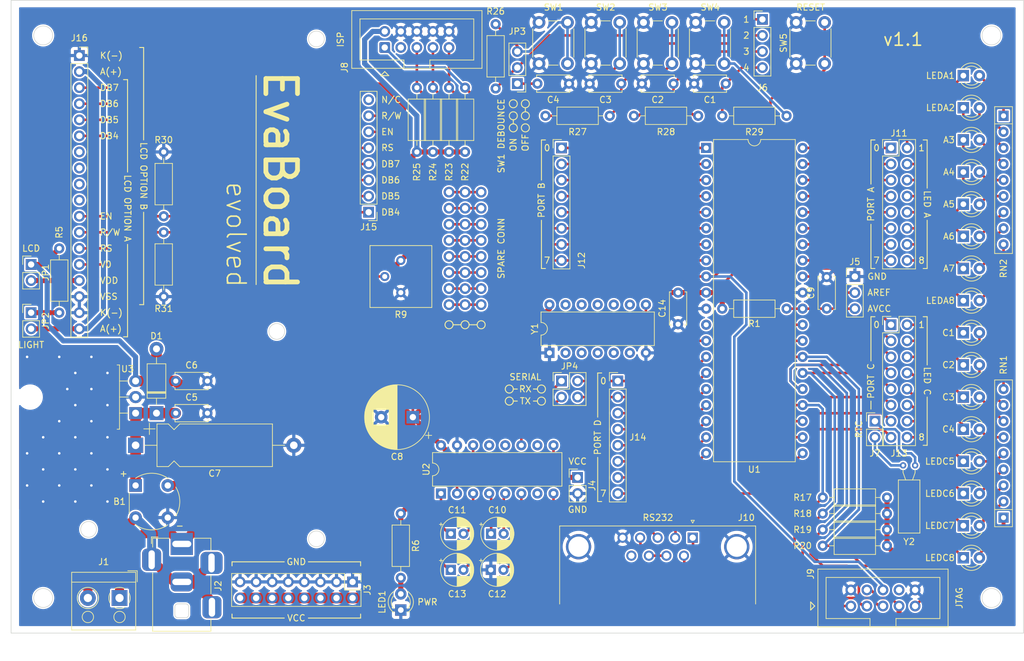
<source format=kicad_pcb>
(kicad_pcb (version 20211014) (generator pcbnew)
  (layers (0 "F.Cu" signal) (31 "B.Cu" signal) (34 "B.Paste" user) (35 "F.Paste" user) (36 "B.SilkS" user "B.Silkscreen") (37 "F.SilkS" user "F.Silkscreen") (38 "B.Mask" user) (39 "F.Mask" user) (44 "Edge.Cuts" user))
  (net 0 "")
  (net 1 "GND")
  (net 2 "/AREF")
  (net 3 "/AVCC")
  (net 4 "Net-(B1-Pad1)")
  (net 5 "/Power Supply/PWR1")
  (net 6 "/Power Supply/PWR2")
  (net 7 "VCC")
  (net 8 "Net-(C10-Pad1)")
  (net 9 "Net-(C10-Pad2)")
  (net 10 "Net-(C11-Pad1)")
  (net 11 "Net-(C11-Pad2)")
  (net 12 "Net-(C12-Pad2)")
  (net 13 "Net-(C13-Pad1)")
  (net 14 "/MOSI")
  (net 15 "Net-(C2-Pad2)")
  (net 16 "/~{RESET}")
  (net 17 "/SCK")
  (net 18 "/MISO")
  (net 19 "Net-(J7-Pad1)")
  (net 20 "/LCD/DB4")
  (net 21 "/LCD/DB5")
  (net 22 "/LCD/DB6")
  (net 23 "/LCD/DB7")
  (net 24 "/LCD/RS")
  (net 25 "/LCD/EN")
  (net 26 "/LCD/RW")
  (net 27 "/TCK")
  (net 28 "/TDO")
  (net 29 "/TMS")
  (net 30 "Net-(J7-Pad2)")
  (net 31 "/TDI")
  (net 32 "/LCD/VDD")
  (net 33 "/LCD/A")
  (net 36 "Net-(J10-Pad1)")
  (net 37 "Net-(C3-Pad2)")
  (net 38 "/LCD/V0")
  (net 39 "/LEDA1")
  (net 40 "Net-(LEDA1-Pad2)")
  (net 41 "/LEDA2")
  (net 42 "Net-(LEDA2-Pad2)")
  (net 43 "/LEDA3")
  (net 44 "Net-(LEDA3-Pad2)")
  (net 45 "/LEDA4")
  (net 46 "Net-(LEDA4-Pad2)")
  (net 47 "/LEDA5")
  (net 48 "Net-(LEDA5-Pad2)")
  (net 49 "/LEDA6")
  (net 50 "Net-(LEDA6-Pad2)")
  (net 51 "/LEDA7")
  (net 52 "Net-(LEDA7-Pad2)")
  (net 53 "/LEDA8")
  (net 54 "Net-(LEDA8-Pad2)")
  (net 55 "/LEDC1")
  (net 56 "Net-(J6-Pad1)")
  (net 57 "/LEDC2")
  (net 58 "Net-(J10-Pad7)")
  (net 59 "/LEDC3")
  (net 61 "/LEDC4")
  (net 62 "Net-(J10-Pad2)")
  (net 63 "/LEDC5")
  (net 64 "/LEDC6")
  (net 65 "/LEDC7")
  (net 66 "Net-(J10-Pad3)")
  (net 67 "/LEDC8")
  (net 68 "Net-(J11-Pad1)")
  (net 69 "Net-(J11-Pad3)")
  (net 70 "Net-(J11-Pad5)")
  (net 71 "Net-(J11-Pad7)")
  (net 72 "Net-(J11-Pad9)")
  (net 73 "Net-(J11-Pad11)")
  (net 74 "Net-(J11-Pad13)")
  (net 75 "Net-(J11-Pad15)")
  (net 76 "Net-(J12-Pad1)")
  (net 77 "Net-(J12-Pad2)")
  (net 78 "Net-(J12-Pad3)")
  (net 79 "Net-(J12-Pad4)")
  (net 80 "Net-(J12-Pad5)")
  (net 81 "Net-(J13-Pad1)")
  (net 82 "Net-(J13-Pad3)")
  (net 83 "Net-(J13-Pad13)")
  (net 84 "Net-(U1-Pad13)")
  (net 85 "/RXD")
  (net 86 "/TXD")
  (net 87 "Net-(J13-Pad15)")
  (net 88 "Net-(J14-Pad3)")
  (net 89 "Net-(J14-Pad4)")
  (net 90 "Net-(J14-Pad5)")
  (net 91 "Net-(J14-Pad6)")
  (net 96 "Net-(JP2-Pad1)")
  (net 97 "Net-(J14-Pad7)")
  (net 98 "Net-(LEDC1-Pad2)")
  (net 99 "Net-(LEDC2-Pad2)")
  (net 100 "Net-(LEDC5-Pad2)")
  (net 101 "Net-(LEDC6-Pad2)")
  (net 102 "Net-(LEDC7-Pad2)")
  (net 103 "Net-(LEDC8-Pad2)")
  (net 109 "Net-(LEDC3-Pad2)")
  (net 110 "Net-(LEDC4-Pad2)")
  (net 111 "Net-(JP4-Pad1)")
  (net 112 "Net-(J17-Pad1)")
  (net 113 "Net-(J17-Pad3)")
  (net 114 "Net-(J17-Pad5)")
  (net 115 "Net-(J17-Pad7)")
  (net 116 "Net-(J17-Pad10)")
  (net 117 "Net-(J17-Pad11)")
  (net 118 "Net-(J14-Pad8)")
  (net 119 "Net-(J17-Pad15)")
  (net 120 "Net-(C1-Pad2)")
  (net 121 "Net-(C4-Pad1)")
  (net 122 "Net-(J17-Pad13)")
  (net 123 "Net-(JP4-Pad3)")
  (net 124 "Net-(LED1-Pad2)")
  (net 126 "Net-(JP3-Pad3)")
  (net 127 "Net-(R27-Pad1)")
  (net 128 "Net-(R28-Pad2)")
  (net 129 "Net-(R29-Pad2)")
  (footprint "Package_DIP:DIP-16_W7.62mm" (layer "F.Cu") (at 67.31 77.47 90)
    (fp_text reference "U2")
    (fp_text value "MAX232CPE")
  )
  (footprint "Connector_PinHeader_2.54mm:PinHeader_2x08_P2.54mm_Vertical" (layer "F.Cu") (at 138.43 50.8)
    (fp_text reference "J13")
    (fp_text value "PORT C")
  )
  (footprint "Resistor_THT:R_Axial_DIN0207_L6.3mm_D2.5mm_P10.16mm_Horizontal" (layer "F.Cu") (at 66.04 23.495 90)
    (fp_text reference "R24")
    (fp_text value "10k")
  )
  (footprint "Capacitor_THT:C_Disc_D5.0mm_W2.5mm_P5.00mm" (layer "F.Cu") (at 82.55 12.7)
    (fp_text reference "C4")
    (fp_text value "100nF")
  )
  (footprint "TerminalBlock_RND:TerminalBlock_RND_205-00001_1x02_P5.00mm_Horizontal" (layer "F.Cu") (at 16.51 93.98 180)
    (fp_text reference "J1")
    (fp_text value "WAGO 237-132")
  )
  (footprint "Diode_THT:Diode_Bridge_Round_D8.9mm" (layer "F.Cu") (at 19.05 76.2)
    (fp_text reference "B1")
    (fp_text value "D_Bridge_+A-A")
  )
  (footprint "Button_Switch_THT:SW_PUSH_6mm" (layer "F.Cu") (at 107.569 9.525 90)
    (fp_text reference "SW4")
    (fp_text value "Button 4")
  )
  (footprint "Resistor_THT:R_Axial_DIN0207_L6.3mm_D2.5mm_P10.16mm_Horizontal" (layer "F.Cu") (at 111.76 17.78)
    (fp_text reference "R29")
    (fp_text value "3.3k")
  )
  (footprint "Resistor_THT:R_Axial_DIN0207_L6.3mm_D2.5mm_P10.16mm_Horizontal" (layer "F.Cu") (at 60.96 80.645 -90)
    (fp_text reference "R6")
    (fp_text value "1.5k")
  )
  (footprint "Capacitor_THT:C_Disc_D5.0mm_W2.5mm_P5.00mm" (layer "F.Cu") (at 104.775 50.72 90)
    (fp_text reference "C14")
    (fp_text value "100nF")
  )
  (footprint "Capacitor_THT:C_Disc_D5.0mm_W2.5mm_P5.00mm" (layer "F.Cu") (at 128.27 48.26 90)
    (fp_text reference "C9")
    (fp_text value "100nF")
  )
  (footprint "Potentiometer_THT:Potentiometer_Bourns_3386P_Vertical" (layer "F.Cu") (at 60.96 40.64 180)
    (fp_text reference "R9")
    (fp_text value "10k")
  )
  (footprint "Package_DIP:DIP-40_W15.24mm" (layer "F.Cu") (at 109.22 22.86)
    (fp_text reference "U1")
    (fp_text value "ATmega644-20P")
  )
  (footprint "Connector_BarrelJack:BarrelJack_Horizontal" (layer "F.Cu") (at 26.3475 85.44 90)
    (fp_text reference "J2")
    (fp_text value "Barrel_Jack_Switch")
  )
  (footprint "Connector_PinHeader_2.54mm:PinHeader_2x02_P2.54mm_Vertical" (layer "F.Cu") (at 86.36 59.69)
    (fp_text reference "JP4")
    (fp_text value "SERIAL")
  )
  (footprint "Button_Switch_THT:SW_PUSH_6mm" (layer "F.Cu") (at 123.444 9.525 90)
    (fp_text reference "SW5")
    (fp_text value "Reset")
  )
  (footprint "LED_THT:LED_D3.0mm" (layer "F.Cu") (at 149.86 67.31)
    (fp_text reference "LEDC4" hide)
    (fp_text value "red")
  )
  (footprint "Package_TO_SOT_THT:TO-220-3_Horizontal_TabDown" (layer "F.Cu") (at 19.05 64.77 90)
    (fp_text reference "U3")
    (fp_text value "L7805")
  )
  (footprint "LED_THT:LED_D3.0mm" (layer "F.Cu") (at 149.86 16.51)
    (fp_text reference "LEDA2")
    (fp_text value "red")
  )
  (footprint "Connector_PinHeader_2.54mm:PinHeader_1x08_P2.54mm_Vertical" (layer "F.Cu") (at 86.36 22.86)
    (fp_text reference "J12")
    (fp_text value "PORT B")
  )
  (footprint "Resistor_THT:R_Axial_DIN0207_L6.3mm_D2.5mm_P10.16mm_Horizontal" (layer "F.Cu") (at 121.92 48.26 180)
    (fp_text reference "R1")
    (fp_text value "100")
  )
  (footprint "LED_THT:LED_D3.0mm" (layer "F.Cu") (at 149.86 52.07)
    (fp_text reference "LEDC1" hide)
    (fp_text value "yellow")
  )
  (footprint "LED_THT:LED_D3.0mm" (layer "F.Cu") (at 149.86 41.91)
    (fp_text reference "LEDA7" hide)
    (fp_text value "red")
  )
  (footprint "Resistor_THT:R_Axial_DIN0207_L6.3mm_D2.5mm_P10.16mm_Horizontal" (layer "F.Cu") (at 107.95 17.78 180)
    (fp_text reference "R28")
    (fp_text value "3.3k")
  )
  (footprint "Capacitor_THT:C_Disc_D5.0mm_W2.5mm_P5.00mm" (layer "F.Cu") (at 90.805 12.7)
    (fp_text reference "C3")
    (fp_text value "100nF")
  )
  (footprint "Resistor_THT:R_Axial_DIN0207_L6.3mm_D2.5mm_P10.16mm_Horizontal" (layer "F.Cu") (at 23.495 36.195 -90)
    (fp_text reference "R31")
    (fp_text value "100k")
  )
  (footprint "Connector_PinSocket_2.54mm:PinSocket_1x18_P2.54mm_Vertical" (layer "F.Cu") (at 10.16 8.255)
    (fp_text reference "J16")
    (fp_text value "LCD")
  )
  (footprint "LED_THT:LED_D3.0mm" (layer "F.Cu") (at 149.86 21.59)
    (fp_text reference "LEDA3" hide)
    (fp_text value "red")
  )
  (footprint "Resistor_THT:R_Axial_DIN0207_L6.3mm_D2.5mm_P10.16mm_Horizontal" (layer "F.Cu") (at 6.985 38.735 -90)
    (fp_text reference "R5")
    (fp_text value "5.1")
  )
  (footprint "LED_THT:LED_D3.0mm" (layer "F.Cu") (at 149.86 26.67)
    (fp_text reference "LEDA4" hide)
    (fp_text value "red")
  )
  (footprint "Connector_PinHeader_2.54mm:PinHeader_1x08_P2.54mm_Vertical" (layer "F.Cu") (at 95.25 59.69)
    (fp_text reference "J14")
    (fp_text value "PORT D")
  )
  (footprint "Resistor_THT:R_Axial_DIN0207_L6.3mm_D2.5mm_P10.16mm_Horizontal" (layer "F.Cu") (at 63.5 23.495 90)
    (fp_text reference "R25")
    (fp_text value "10k")
  )
  (footprint "Capacitor_THT:C_Disc_D5.0mm_W2.5mm_P5.00mm" (layer "F.Cu") (at 107.315 12.7)
    (fp_text reference "C1")
    (fp_text value "100nF")
  )
  (footprint "LED_THT:LED_D3.0mm" (layer "F.Cu") (at 60.96 95.885 90)
    (fp_text reference "LED1")
    (fp_text value "green")
  )
  (footprint "Resistor_THT:R_Axial_DIN0207_L6.3mm_D2.5mm_P10.16mm_Horizontal" (layer "F.Cu") (at 137.795 80.645 180)
    (fp_text reference "R18")
    (fp_text value "10k")
  )
  (footprint "LED_THT:LED_D3.0mm" (layer "F.Cu") (at 149.86 57.15)
    (fp_text reference "LEDC2" hide)
    (fp_text value "yellow")
  )
  (footprint "Package_DIP:DIP-14_W7.62mm" (layer "F.Cu") (at 84.455 55.245 90)
    (fp_text reference "Y1")
    (fp_text value "20 MHz")
  )
  (footprint "Capacitor_THT:CP_Radial_D5.0mm_P2.00mm" (layer "F.Cu") (at 68.866 89.535)
    (fp_text reference "C13")
    (fp_text value "1uF")
  )
  (footprint "Capacitor_THT:CP_Radial_D5.0mm_P2.00mm" (layer "F.Cu") (at 68.866 83.82)
    (fp_text reference "C11")
    (fp_text value "1uF")
  )
  (footprint "Connector_PinHeader_2.54mm:PinHeader_1x02_P2.54mm_Vertical" (layer "F.Cu") (at 2.54 41.275)
    (fp_text reference "JP1")
    (fp_text value "LCD")
  )
  (footprint "Capacitor_THT:CP_Axial_L18.0mm_D6.5mm_P25.00mm_Horizontal" (layer "F.Cu") (at 19.05 69.85)
    (fp_text reference "C7")
    (fp_text value "10uF")
  )
  (footprint "Button_Switch_THT:SW_PUSH_6mm" (layer "F.Cu") (at 99.314 9.525 90)
    (fp_text reference "SW3")
    (fp_text value "Button 3")
  )
  (footprint "LED_THT:LED_D3.0mm" (layer "F.Cu") (at 149.86 77.47)
    (fp_text reference "LEDC6")
    (fp_text value "red")
  )
  (footprint "Connector_IDC:IDC-Header_2x05_P2.54mm_Vertical" (layer "F.Cu") (at 132.08 95.25 90)
    (fp_text reference "J9")
    (fp_text value "JTAG")
  )
  (footprint "Connector_Dsub:DSUB-9_Female_Horizontal_P2.77x2.84mm_EdgePinOffset7.70mm_Housed_MountingHolesOffset9.12mm" (layer "F.Cu") (at 107.092 84.455)
    (fp_text reference "J10")
    (fp_text value "RS232")
  )
  (footprint "LED_THT:LED_D3.0mm" (layer "F.Cu") (at 149.86 46.99)
    (fp_text reference "LEDA8")
    (fp_text value "red")
  )
  (footprint "LED_THT:LED_D3.0mm" (layer "F.Cu") (at 149.86 31.75)
    (fp_text reference "LEDA5" hide)
    (fp_text value "red")
  )
  (footprint "Capacitor_THT:CP_Radial_D10.0mm_P5.00mm" (layer "F.Cu") (at 62.865 65.405 180)
    (fp_text reference "C8")
    (fp_text value "220uF")
  )
  (footprint "Capacitor_THT:C_Disc_D5.0mm_W2.5mm_P5.00mm" (layer "F.Cu") (at 25.4 64.77)
    (fp_text reference "C5")
    (fp_text value "100nF")
  )
  (footprint "Resistor_THT:R_Axial_DIN0207_L6.3mm_D2.5mm_P10.16mm_Horizontal" (layer "F.Cu") (at 68.58 23.495 90)
    (fp_text reference "R23")
    (fp_text value "10k")
  )
  (footprint "LED_THT:LED_D3.0mm" (layer "F.Cu") (at 149.86 87.63)
    (fp_text reference "LEDC8")
    (fp_text value "green")
  )
  (footprint "Resistor_THT:R_Array_SIP9" (layer "F.Cu") (at 156.21 17.78 -90)
    (fp_text reference "RN2")
    (fp_text value "SIL 9-8 1.5k")
  )
  (footprint "Crystal:Crystal_C38-LF_D3.0mm_L8.0mm_Horizontal" (layer "F.Cu") (at 140.34 73.025)
    (fp_text reference "Y2")
    (fp_text value "32.768 kHz")
  )
  (footprint "Connector_PinHeader_2.54mm:PinHeader_1x02_P2.54mm_Vertical" (layer "F.Cu") (at 88.9 74.93)
    (fp_text reference "J4")
    (fp_text value "GND VCC x1")
  )
  (footprint "Connector_PinHeader_2.54mm:PinHeader_2x08_P2.54mm_Vertical" (layer "F.Cu") (at 71.12 29.845)
    (fp_text reference "J17" hide)
    (fp_text value "SPARE")
  )
  (footprint "Resistor_THT:R_Axial_DIN0207_L6.3mm_D2.5mm_P10.16mm_Horizontal" (layer "F.Cu") (at 23.495 33.655 90)
    (fp_text reference "R30")
    (fp_text value "100k")
  )
  (footprint "Capacitor_THT:C_Disc_D5.0mm_W2.5mm_P5.00mm" (layer "F.Cu") (at 25.4 59.69)
    (fp_text reference "C6")
    (fp_text value "100nF")
  )
  (footprint "Resistor_THT:R_Axial_DIN0207_L6.3mm_D2.5mm_P10.16mm_Horizontal" (layer "F.Cu") (at 71.12 23.495 90)
    (fp_text reference "R22")
    (fp_text value "10k")
  )
  (footprint "LED_THT:LED_D3.0mm" (layer "F.Cu") (at 149.86 72.39)
    (fp_text reference "LEDC5")
    (fp_text value "red")
  )
  (footprint "LED_THT:LED_D3.0mm" (layer "F.Cu") (at 149.86 82.55)
    (fp_text reference "LEDC7")
    (fp_text value "green")
  )
  (footprint "Connector_PinHeader_2.54mm:PinHeader_1x08_P2.54mm_Vertical" (layer "F.Cu") (at 55.88 33.02 180)
    (fp_text reference "J15")
    (fp_text value "LCD CONTROL")
  )
  (footprint "Capacitor_THT:C_Disc_D5.0mm_W2.5mm_P5.00mm" (layer "F.Cu") (at 99.06 12.7)
    (fp_text reference "C2")
    (fp_text value "100nF")
  )
  (footprint "Button_Switch_THT:SW_PUSH_6mm" (layer "F.Cu") (at 91.059 9.525 90)
    (fp_text reference "SW2")
    (fp_text value "Button 2")
  )
  (footprint "Resistor_THT:R_Axial_DIN0207_L6.3mm_D2.5mm_P10.16mm_Horizontal" (layer "F.Cu") (at 137.795 85.725 180)
    (fp_text reference "R20")
    (fp_text value "10k")
  )
  (footprint "Connector_PinHeader_2.54mm:PinHeader_1x03_P2.54mm_Vertical" (layer "F.Cu") (at 132.715 43.18)
    (fp_text reference "J5")
    (fp_text value "AREF")
  )
  (footprint "Connector_PinHeader_2.54mm:PinHeader_2x08_P2.54mm_Vertical" (layer "F.Cu") (at 138.43 22.86)
    (fp_text reference "J11")
    (fp_text value "PORT A")
  )
  (footprint "LED_THT:LED_D3.0mm" (layer "F.Cu") (at 149.86 11.43)
    (fp_text reference "LEDA1")
    (fp_text value "red")
  )
  (footprint "Connector_PinHeader_2.54mm:PinHeader_1x03_P2.54mm_Vertical" (layer "F.Cu") (at 79.375 12.7 180)
    (fp_text reference "JP3")
    (fp_text value "BTN1 DEBOUNCE")
  )
  (footprint "Capacitor_THT:CP_Radial_D5.0mm_P2.00mm" (layer "F.Cu") (at 75.184 89.535)
    (fp_text reference "C12")
    (fp_text value "1uF")
  )
  (footprint "Resistor_THT:R_Axial_DIN0207_L6.3mm_D2.5mm_P10.16mm_Horizontal" (layer "F.Cu") (at 137.795 83.185 180)
    (fp_text reference "R19")
    (fp_text value "10k")
  )
  (footprint "Connector_PinHeader_2.54mm:PinHeader_1x02_P2.54mm_Vertical" (layer "F.Cu") (at 2.54 48.895)
    (fp_text reference "JP2")
    (fp_text value "LIGHT")
  )
  (footprint "Resistor_THT:R_Axial_DIN0207_L6.3mm_D2.5mm_P10.16mm_Horizontal" (layer "F.Cu") (at 75.946 3.302 -90)
    (fp_text reference "R26")
    (fp_text value "3.3k")
  )
  (footprint "Resistor_THT:R_Axial_DIN0207_L6.3mm_D2.5mm_P10.16mm_Horizontal" (layer "F.Cu") (at 83.82 17.78)
    (fp_text reference "R27")
    (fp_text value "3.3k")
  )
  (footprint "Diode_THT:D_DO-41_SOD81_P10.16mm_Horizontal" (layer "F.Cu") (at 22.352 64.77 90)
    (fp_text reference "D1")
    (fp_text value "1N4001")
  )
  (footprint "Connector_PinHeader_2.54mm:PinHeader_1x04_P2.54mm_Vertical" (layer "F.Cu") (at 118.11 2.54)
    (fp_text reference "J6")
    (fp_text value "SWITCH CONTROL")
  )
  (footprint "LED_THT:LED_D3.0mm" (layer "F.Cu") (at 149.86 36.83)
    (fp_text reference "LEDA6" hide)
    (fp_text value "red")
  )
  (footprint "LED_THT:LED_D3.0mm" (layer "F.Cu") (at 149.86 62.23)
    (fp_text reference "LEDC3" hide)
    (fp_text value "red")
  )
  (footprint "Button_Switch_THT:SW_PUSH_6mm" (layer "F.Cu") (at 82.804 9.525 90)
    (fp_text reference "SW1")
    (fp_text value "Button 1")
  )
  (footprint "Capacitor_THT:CP_Radial_D5.0mm_P2.00mm" (layer "F.Cu") (at 75.216 83.82)
    (fp_text reference "C10")
    (fp_text value "1uF")
  )
  (footprint "Resistor_THT:R_Array_SIP9" (layer "F.Cu") (at 156.21 81.28 90)
    (fp_text reference "RN1")
    (fp_text value "SIL 9-8 1.5k")
  )
  (footprint "Connector_PinHeader_2.54mm:PinHeader_2x08_P2.54mm_Vertical" (layer "F.Cu") (at 53.34 91.44 -90)
    (fp_text reference "J3")
    (fp_text value "GND VCC x8")
  )
  (footprint "Connector_IDC:IDC-Header_2x05_P2.54mm_Vertical" (layer "F.Cu") (at 58.42 6.985 90)
    (fp_text reference "J8")
    (fp_text value "ISP")
  )
  (footprint "Resistor_THT:R_Axial_DIN0207_L6.3mm_D2.5mm_P10.16mm_Horizontal" (layer "F.Cu") (at 137.795 78.105 180)
    (fp_text reference "R17")
    (fp_text value "10k")
  )
  (footprint "Connector_PinHeader_2.54mm:PinHeader_1x02_P2.54mm_Vertical" (layer "F.Cu") (at 135.89 66.04)
    (fp_text reference "J7")
    (fp_text value "RTC")
  )
  (footprint "Connector_PinHeader_2.54mm:PinHeader_1x08_P2.54mm_Vertical" (layer "F.Cu") (at 68.58 29.845)
    (fp_text reference "J18" hide)
    (fp_text value "SPARE")
  )
  (gr_line (start 81.915 60.96) (end 82.55 60.96) (layer "F.SilkS") (width 0.153))
  (gr_line (start 17.145 12.065) (end 17.78 12.065) (layer "F.SilkS") (width 0.153))
  (gr_line (start 125.73 94.615) (end 125.73 95.885) (layer "F.SilkS") (width 0.153))
  (gr_circle (center 80.645 17.78) (end 81.28 17.78) (layer "F.SilkS") (width 0.153) (fill none))
  (gr_line (start 78.74 19.05) (end 78.74 18.415) (layer "F.SilkS") (width 0.153))
  (gr_line (start 126.365 95.25) (end 125.73 94.615) (layer "F.SilkS") (width 0.153))
  (gr_line (start 83.185 41.91) (end 83.82 41.91) (layer "F.SilkS") (width 0.15))
  (gr_line (start 135.255 21.59) (end 135.89 21.59) (layer "F.SilkS") (width 0.15))
  (gr_line (start 144.145 21.59) (end 143.51 21.59) (layer "F.SilkS") (width 0.15))
  (gr_line (start 92.075 58.42) (end 92.71 58.42) (layer "F.SilkS") (width 0.15))
  (gr_circle (center 78.105 60.96) (end 78.74 60.96) (layer "F.SilkS") (width 0.153) (fill none))
  (gr_line (start 144.145 49.53) (end 143.51 49.53) (layer "F.SilkS") (width 0.15))
  (gr_line (start 19.685 47.625) (end 20.32 47.625) (layer "F.SilkS") (width 0.153))
  (gr_line (start 92.075 78.74) (end 92.71 78.74) (layer "F.SilkS") (width 0.15))
  (gr_line (start 59.055 11.43) (end 58.42 10.795) (layer "F.SilkS") (width 0.153))
  (gr_line (start 46.355 88.265) (end 54.61 88.265) (layer "F.SilkS") (width 0.153))
  (gr_circle (center 73.66 50.8) (end 74.295 50.8) (layer "F.SilkS") (width 0.153) (fill none))
  (gr_line (start 83.185 34.29) (end 83.185 41.91) (layer "F.SilkS") (width 0.15))
  (gr_line (start 17.78 38.1) (end 17.78 52.705) (layer "F.SilkS") (width 0.153))
  (gr_line (start 144.145 57.15) (end 144.145 49.53) (layer "F.SilkS") (width 0.15))
  (gr_line (start 135.255 34.925) (end 135.255 41.91) (layer "F.SilkS") (width 0.15))
  (gr_line (start 54.61 88.265) (end 54.61 88.9) (layer "F.SilkS") (width 0.153))
  (gr_line (start 135.255 28.575) (end 135.255 21.59) (layer "F.SilkS") (width 0.15))
  (gr_line (start 144.145 69.85) (end 143.51 69.85) (layer "F.SilkS") (width 0.15))
  (gr_line (start 83.185 27.94) (end 83.185 21.59) (layer "F.SilkS") (width 0.15))
  (gr_line (start 17.78 52.705) (end 17.145 52.705) (layer "F.SilkS") (width 0.153))
  (gr_circle (center 78.74 19.685) (end 79.375 19.685) (layer "F.SilkS") (width 0.153) (fill none))
  (gr_line (start 144.145 41.91) (end 143.51 41.91) (layer "F.SilkS") (width 0.15))
  (gr_circle (center 80.645 19.685) (end 81.28 19.685) (layer "F.SilkS") (width 0.153) (fill none))
  (gr_circle (center 83.185 62.865) (end 83.82 62.865) (layer "F.SilkS") (width 0.153) (fill none))
  (gr_line (start 69.215 50.8) (end 70.485 50.8) (layer "F.SilkS") (width 0.153))
  (gr_line (start 92.075 65.405) (end 92.075 58.42) (layer "F.SilkS") (width 0.15))
  (gr_line (start 80.645 17.145) (end 80.645 16.51) (layer "F.SilkS") (width 0.153))
  (gr_circle (center 78.105 62.865) (end 78.74 62.865) (layer "F.SilkS") (width 0.153) (fill none))
  (gr_line (start 81.915 62.865) (end 82.55 62.865) (layer "F.SilkS") (width 0.153))
  (gr_line (start 92.075 71.755) (end 92.075 78.74) (layer "F.SilkS") (width 0.15))
  (gr_line (start 34.29 88.265) (end 42.545 88.265) (layer "F.SilkS") (width 0.153))
  (gr_line (start 34.29 96.52) (end 34.29 97.155) (layer "F.SilkS") (width 0.153))
  (gr_line (start 135.255 49.53) (end 135.89 49.53) (layer "F.SilkS") (width 0.15))
  (gr_circle (center 80.645 15.875) (end 81.28 15.875) (layer "F.SilkS") (width 0.153) (fill none))
  (gr_line (start 71.755 50.8) (end 73.025 50.8) (layer "F.SilkS") (width 0.153))
  (gr_line (start 54.61 97.155) (end 46.355 97.155) (layer "F.SilkS") (width 0.153))
  (gr_line (start 19.685 6.985) (end 20.32 6.985) (layer "F.SilkS") (width 0.153))
  (gr_line (start 144.145 62.23) (end 144.145 69.85) (layer "F.SilkS") (width 0.15))
  (gr_line (start 78.74 62.865) (end 79.375 62.865) (layer "F.SilkS") (width 0.153))
  (gr_circle (center 78.74 15.875) (end 79.375 15.875) (layer "F.SilkS") (width 0.153) (fill none))
  (gr_line (start 20.32 47.625) (end 20.32 33.02) (layer "F.SilkS") (width 0.153))
  (gr_circle (center 68.58 50.8) (end 69.215 50.8) (layer "F.SilkS") (width 0.153) (fill none))
  (gr_circle (center 83.185 60.96) (end 83.82 60.96) (layer "F.SilkS") (width 0.153) (fill none))
  (gr_line (start 125.73 95.885) (end 126.365 95.25) (layer "F.SilkS") (width 0.153))
  (gr_line (start 135.255 56.515) (end 135.255 49.53) (layer "F.SilkS") (width 0.15))
  (gr_line (start 58.42 10.795) (end 57.785 11.43) (layer "F.SilkS") (width 0.153))
  (gr_line (start 17.78 12.065) (end 17.78 26.67) (layer "F.SilkS") (width 0.153))
  (gr_line (start 135.255 62.865) (end 135.255 64.135) (layer "F.SilkS") (width 0.15))
  (gr_circle (center 71.12 50.8) (end 71.755 50.8) (layer "F.SilkS") (width 0.153) (fill none))
  (gr_line (start 38.1 11.43) (end 38.1 44.45) (layer "F.SilkS") (width 0.15))
  (gr_line (start 34.29 97.155) (end 42.545 97.155) (layer "F.SilkS") (width 0.153))
  (gr_line (start 78.74 60.96) (end 79.375 60.96) (layer "F.SilkS") (width 0.153))
  (gr_line (start 20.32 21.59) (end 20.32 6.985) (layer "F.SilkS") (width 0.153))
  (gr_circle (center 78.74 17.78) (end 79.375 17.78) (layer "F.SilkS") (width 0.153) (fill none))
  (gr_line (start 54.61 97.155) (end 54.61 96.52) (layer "F.SilkS") (width 0.153))
  (gr_line (start 57.785 11.43) (end 59.055 11.43) (layer "F.SilkS") (width 0.153))
  (gr_line (start 135.255 41.91) (end 135.89 41.91) (layer "F.SilkS") (width 0.15))
  (gr_line (start 144.145 29.21) (end 144.145 21.59) (layer "F.SilkS") (width 0.15))
  (gr_line (start 144.145 34.29) (end 144.145 41.91) (layer "F.SilkS") (width 0.15))
  (gr_line (start 34.29 88.9) (end 34.29 88.265) (layer "F.SilkS") (width 0.153))
  (gr_line (start 83.185 21.59) (end 83.82 21.59) (layer "F.SilkS") (width 0.15))
  (gr_circle (center 4.445 93.98) (end 5.945 93.98) (layer "Edge.Cuts") (width 0.1) (fill none))
  (gr_arc (start 25.2475 95.4) (mid 25.393947 95.046447) (end 25.7475 94.9) (layer "Edge.Cuts") (width 0.1))
  (gr_line (start 25.2475 96.6) (end 25.2475 95.4) (layer "Edge.Cuts") (width 0.1))
  (gr_circle (center 47.625 84.635) (end 48.875 84.635) (layer "Edge.Cuts") (width 0.1) (fill none))
  (gr_arc (start 25.7475 97.1) (mid 25.393947 96.953553) (end 25.2475 96.6) (layer "Edge.Cuts") (width 0.1))
  (gr_circle (center 4.445 5.08) (end 5.945 5.08) (layer "Edge.Cuts") (width 0.1) (fill none))
  (gr_circle (center 11.62 83.135) (end 12.87 83.135) (layer "Edge.Cuts") (width 0.1) (fill none))
  (gr_circle (center 154.305 93.98) (end 155.805 93.98) (layer "Edge.Cuts") (width 0.1) (fill none))
  (gr_circle (center 47.625 5.635) (end 48.875 5.635) (layer "Edge.Cuts") (width 0.1) (fill none))
  (gr_line (start 25.7475 94.9) (end 26.9475 94.9) (layer "Edge.Cuts") (width 0.1))
  (gr_arc (start 26.9475 94.9) (mid 27.301053 95.046447) (end 27.4475 95.4) (layer "Edge.Cuts") (width 0.1))
  (gr_arc (start 27.4475 96.6) (mid 27.301053 96.953553) (end 26.9475 97.1) (layer "Edge.Cuts") (width 0.1))
  (gr_line (start 27.4475 95.4) (end 27.4475 96.6) (layer "Edge.Cuts") (width 0.1))
  (gr_circle (center 41.36 51.855) (end 42.61 51.855) (layer "Edge.Cuts") (width 0.1) (fill none))
  (gr_circle (center 154.305 5.08) (end 155.805 5.08) (layer "Edge.Cuts") (width 0.1) (fill none))
  (gr_rect (start -0.625 99.53) (end 159.375 -0.47) (layer "Edge.Cuts") (width 0.1) (fill none))
  (gr_line (start 26.9475 97.1) (end 25.7475 97.1) (layer "Edge.Cuts") (width 0.1))
  (gr_text "R/W" (at 57.785 17.78) (layer "F.SilkS") (effects (font (size 1 1)) (justify left)))
  (gr_text "7" (at 92.964 77.47) (layer "F.SilkS") (effects (font (size 1 1))))
  (gr_text "8" (at 143.256 68.58) (layer "F.SilkS") (effects (font (size 1 1))))
  (gr_text "A7" (at 148.59 41.91) (layer "F.SilkS") (effects (font (size 1 1)) (justify right)))
  (gr_text "ISP" (at 51.435 5.715 90) (layer "F.SilkS") (effects (font (size 1 1) (thickness 0.153))))
  (gr_text "PORT B" (at 83.185 31.115 90) (layer "F.SilkS") (effects (font (size 1 1))))
  (gr_text "OFF" (at 80.645 23.495 90) (layer "F.SilkS") (effects (font (size 1 1) (thickness 0.153)) (justify left)))
  (gr_text "LIGHT" (at 2.54 53.975) (layer "F.SilkS") (effects (font (size 1 1) (thickness 0.153))))
  (gr_text "C4" (at 148.59 67.31) (layer "F.SilkS") (effects (font (size 1 1)) (justify right)))
  (gr_text "VSS" (at 13.335 46.355) (layer "F.SilkS") (effects (font (size 1 1)) (justify left)))
  (gr_text "R/W" (at 13.335 36.195) (layer "F.SilkS") (effects (font (size 1 1)) (justify left)))
  (gr_text "RESET" (at 125.73 0.635) (layer "F.SilkS") (effects (font (size 1 1))))
  (gr_text "GND" (at 88.9 80.01) (layer "F.SilkS") (effects (font (size 1 1) (thickness 0.153))))
  (gr_text "DB6" (at 57.785 27.94) (layer "F.SilkS") (effects (font (size 1 1)) (justify left)))
  (gr_text "ON" (at 78.74 23.495 90) (layer "F.SilkS") (effects (font (size 1 1) (thickness 0.153)) (justify left)))
  (gr_text "3" (at 115.57 7.62) (layer "F.SilkS") (effects (font (size 1 1))))
  (gr_text "0" (at 136.144 50.8) (layer "F.SilkS") (effects (font (size 1 1))))
  (gr_text "A6" (at 148.59 36.83) (layer "F.SilkS") (effects (font (size 1 1)) (justify right)))
  (gr_text "7" (at 84.074 40.64) (layer "F.SilkS") (effects (font (size 1 1))))
  (gr_text "RTC" (at 133.35 67.31 90) (layer "F.SilkS") (effects (font (size 1 1))))
  (gr_text "0" (at 92.964 59.69) (layer "F.SilkS") (effects (font (size 1 1))))
  (gr_text "SPARE CONN" (at 76.835 38.735 90) (layer "F.SilkS") (effects (font (size 1 1) (thickness 0.153))))
  (gr_text "RS232" (at 101.6 81.28) (layer "F.SilkS") (effects (font (size 1 1) (thickness 0.153))))
  (gr_text "RX" (at 80.645 60.96) (layer "F.SilkS") (effects (font (size 1 1) (thickness 0.153))))
  (gr_text "DB4" (at 57.785 33.02) (layer "F.SilkS") (effects (font (size 1 1)) (justify left)))
  (gr_text "A(+)" (at 13.335 51.435) (layer "F.SilkS") (effects (font (size 1 1)) (justify left)))
  (gr_text "PORT A" (at 135.255 31.75 90) (layer "F.SilkS") (effects (font (size 1 1))))
  (gr_text "DB5" (at 13.335 18.415) (layer "F.SilkS") (effects (font (size 1 1)) (justify left)))
  (gr_text "VCC" (at 88.9 72.39) (layer "F.SilkS") (effects (font (size 1 1) (thickness 0.153))))
  (gr_text "DB5" (at 57.785 30.48) (layer "F.SilkS") (effects (font (size 1 1)) (justify left)))
  (gr_text "EN" (at 57.785 20.32) (layer "F.SilkS") (effects (font (size 1 1)) (justify left)))
  (gr_text "RS" (at 13.335 38.735) (layer "F.SilkS") (effects (font (size 1 1)) (justify left)))
  (gr_text "1" (at 143.256 22.86) (layer "F.SilkS") (effects (font (size 1 1))))
  (gr_text "A4" (at 148.59 26.67) (layer "F.SilkS") (effects (font (size 1 1)) (justify right)))
  (gr_text "A3" (at 148.59 21.59) (layer "F.SilkS") (effects (font (size 1 1)) (justify right)))
  (gr_text "LCD OPTION B" (at 20.32 27.305 270) (layer "F.SilkS") (effects (font (size 1 1) (thickness 0.153))))
  (gr_text "DB6" (at 13.335 15.875) (layer "F.SilkS") (effects (font (size 1 1)) (justify left)))
  (gr_text "1" (at 115.57 2.54) (layer "F.SilkS") (effects (font (size 1 1))))
  (gr_text "GND" (at 134.62 43.18) (layer "F.SilkS") (effects (font (size 1 1)) (justify left)))
  (gr_text "2" (at 115.57 5.08) (layer "F.SilkS") (effects (font (size 1 1))))
  (gr_text "0" (at 84.074 22.86) (layer "F.SilkS") (effects (font (size 1 1))))
  (gr_text "EN" (at 13.335 33.655) (layer "F.SilkS") (effects (font (size 1 1)) (justify left)))
  (gr_text "AREF" (at 134.62 45.72) (layer "F.SilkS") (effects (font (size 1 1)) (justify left)))
  (gr_text "0" (at 136.144 22.86) (layer "F.SilkS") (effects (font (size 1 1))))
  (gr_text "EvaBoard" (at 41.91 45.72 270) (layer "F.SilkS") (effects (font (size 5 5) (thickness 0.75)) (justify right)))
  (gr_text "LCD" (at 2.54 38.735) (layer "F.SilkS") (effects (font (size 1 1) (thickness 0.153))))
  (gr_text "AVCC" (at 134.62 48.26) (layer "F.SilkS") (effects (font (size 1 1)) (justify left)))
  (gr_text "V0" (at 13.335 41.275) (layer "F.SilkS") (effects (font (size 1 1)) (justify left)))
  (gr_text "PORT D" (at 92.075 68.58 90) (layer "F.SilkS") (effects (font (size 1 1))))
  (gr_text "K(-)" (at 13.335 8.255) (layer "F.SilkS") (effects (font (size 1 1)) (justify left)))
  (gr_text "RS" (at 57.785 22.83) (layer "F.SilkS") (effects (font (size 1 1)) (justify left)))
  (gr_text "A5" (at 148.59 31.75) (layer "F.SilkS") (effects (font (size 1 1)) (justify right)))
  (gr_text "LED A" (at 144.145 31.75 270) (layer "F.SilkS") (effects (font (size 1 1))))
  (gr_text "DB4" (at 13.335 20.955) (layer "F.SilkS") (effects (font (size 1 1)) (justify left)))
  (gr_text "PWR" (at 63.5 94.615) (layer "F.SilkS") (effects (font (size 1 1) (thickness 0.153)) (justify left)))
  (gr_text "N/C" (at 57.785 15.24) (layer "F.SilkS") (effects (font (size 1 1)) (justify left)))
  (gr_text "7" (at 136.144 40.64) (layer "F.SilkS") (effects (font (size 1 1))))
  (gr_text "PORT C" (at 135.255 59.69 90) (layer "F.SilkS") (effects (font (size 1 1))))
  (gr_text "8" (at 143.256 40.64) (layer "F.SilkS") (effects (font (size 1 1))))
  (gr_text "VCC" (at 44.45 97.155) (layer "F.SilkS") (effects (font (size 1 1) (thickness 0.153))))
  (gr_text "DB7" (at 13.335 13.335) (layer "F.SilkS") (effects (font (size 1 1)) (justify left)))
  (gr_text "GND" (at 44.45 88.265) (layer "F.SilkS") (effects (font (size 1 1) (thickness 0.153))))
  (gr_text "evolved" (at 34.925 45.085 270) (layer "F.SilkS") (effects (font (size 3 3) (thickness 0.25)) (justify right)))
  (gr_text "A(+)" (at 13.335 10.795) (layer "F.SilkS") (effects (font (size 1 1)) (justify left)))
  (gr_text "VDD" (at 13.335 43.815) (layer "F.SilkS") (effects (font (size 1 1)) (justify left)))
  (gr_text "SW1 DEBOUNCE" (at 76.835 20.955 90) (layer "F.SilkS") (effects (font (size 1 1) (thickness 0.153))))
  (gr_text "JTAG" (at 149.225 93.98 90) (layer "F.SilkS") (effects (font (size 1 1) (thickness 0.153))))
  (gr_text "TX" (at 80.645 62.865) (layer "F.SilkS") (effects (font (size 1 1) (thickness 0.153))))
  (gr_text "C3" (at 148.59 62.23) (layer "F.SilkS") (effects (font (size 1 1)) (justify right)))
  (gr_text "K(-)" (at 13.335 48.895) (layer "F.SilkS") (effects (font (size 1 1)) (justify left)))
  (gr_text "v1.1" (at 140.335 5.715) (layer "F.SilkS") (effects (font (size 2 2) (thickness 0.25))))
  (gr_text "LCD OPTION A" (at 17.78 32.385 270) (layer "F.SilkS") (effects (font (size 1 1) (thickness 0.153))))
  (gr_text "SERIAL" (at 80.645 59.055) (layer "F.SilkS") (effects (font (size 1 1) (thickness 0.153))))
  (gr_text "DB7" (at 57.785 25.4) (layer "F.SilkS") (effects (font (size 1 1)) (justify left)))
  (gr_text "LED C" (at 144.145 59.69 270) (layer "F.SilkS") (effects (font (size 1 1))))
  (gr_text "4" (at 115.57 10.16) (layer "F.SilkS") (effects (font (size 1 1))))
  (gr_text "C2" (at 148.59 57.15) (layer "F.SilkS") (effects (font (size 1 1)) (justify right)))
  (gr_text "C1" (at 148.59 52.07) (layer "F.SilkS") (effects (font (size 1 1)) (justify right)))
  (gr_text "1" (at 143.256 50.8) (layer "F.SilkS") (effects (font (size 1 1))))
  (segment (start 124.46 45.72) (end 125.81 45.72) (width 0.4064) (layer "F.Cu") (net 1))
  (segment (start 125.81 45.72) (end 128.27 43.26) (width 0.4064) (layer "F.Cu") (net 1))
  (via (at 9.525 68.58) (size 0.8) (drill 0.4) (layers "F.Cu" "B.Cu") (net 1))
  (via (at 8.255 60.96) (size 0.8) (drill 0.4) (layers "F.Cu" "B.Cu") (net 1))
  (via (at 1.905 55.88) (size 0.8) (drill 0.4) (layers "F.Cu" "B.Cu") (net 1))
  (via (at 6.985 55.88) (size 0.8) (drill 0.4) (layers "F.Cu" "B.Cu") (net 1))
  (via (at 6.985 76.2) (size 0.8) (drill 0.4) (layers "F.Cu" "B.Cu") (net 1))
  (via (at 12.065 60.96) (size 0.8) (drill 0.4) (layers "F.Cu" "B.Cu") (net 1))
  (via (at 14.605 58.42) (size 0.8) (drill 0.4) (layers "F.Cu" "B.Cu") (net 1))
  (via (at 12.065 76.2) (size 0.8) (drill 0.4) (layers "F.Cu" "B.Cu") (net 1))
  (via (at 14.605 78.74) (size 0.8) (drill 0.4) (layers "F.Cu" "B.Cu") (net 1))
  (via (at 9.525 78.74) (size 0.8) (drill 0.4) (layers "F.Cu" "B.Cu") (net 1))
  (via (at 1.905 76.2) (size 0.8) (drill 0.4) (layers "F.Cu" "B.Cu") (net 1))
  (via (at 14.605 73.66) (size 0.8) (drill 0.4) (layers "F.Cu" "B.Cu") (net 1))
  (via (at 12.065 55.88) (size 0.8) (drill 0.4) (layers "F.Cu" "B.Cu") (net 1))
  (via (at 6.985 71.12) (size 0.8) (drill 0.4) (layers "F.Cu" "B.Cu") (net 1))
  (via (at 9.525 63.5) (size 0.8) (drill 0.4) (layers "F.Cu" "B.Cu") (net 1))
  (via (at 6.985 66.04) (size 0.8) (drill 0.4) (layers "F.Cu" "B.Cu") (net 1))
  (via (at 12.065 66.04) (size 0.8) (drill 0.4) (layers "F.Cu" "B.Cu") (net 1))
  (via (at 9.525 58.42) (size 0.8) (drill 0.4) (layers "F.Cu" "B.Cu") (net 1))
  (via (at 12.065 71.12) (size 0.8) (drill 0.4) (layers "F.Cu" "B.Cu") (net 1))
  (via (at 1.905 71.12) (size 0.8) (drill 0.4) (layers "F.Cu" "B.Cu") (net 1))
  (via (at 4.445 78.74) (size 0.8) (drill 0.4) (layers "F.Cu" "B.Cu") (net 1))
  (via (at 14.605 63.5) (size 0.8) (drill 0.4) (layers "F.Cu" "B.Cu") (net 1))
  (via (at 4.445 73.66) (size 0.8) (drill 0.4) (layers "F.Cu" "B.Cu") (net 1))
  (via (at 14.605 68.58) (size 0.8) (drill 0.4) (layers "F.Cu" "B.Cu") (net 1))
  (via (at 9.525 73.66) (size 0.8) (drill 0.4) (layers "F.Cu" "B.Cu") (net 1))
  (via (at 4.445 68.58) (size 0.8) (drill 0.4) (layers "F.Cu" "B.Cu") (net 1))
  (segment (start 128.905 41.91) (end 130.175 43.18) (width 0.4064) (layer "F.Cu") (net 2))
  (segment (start 131.445 45.72) (end 132.715 45.72) (width 0.4064) (layer "F.Cu") (net 2))
  (segment (start 125.73 43.18) (end 127 41.91) (width 0.4064) (layer "F.Cu") (net 2))
  (segment (start 127 41.91) (end 128.905 41.91) (width 0.4064) (layer "F.Cu") (net 2))
  (segment (start 130.175 44.45) (end 131.445 45.72) (width 0.4064) (layer "F.Cu") (net 2))
  (segment (start 130.175 43.18) (end 130.175 44.45) (width 0.4064) (layer "F.Cu") (net 2))
  (segment (start 124.46 43.18) (end 125.73 43.18) (width 0.4064) (layer "F.Cu") (net 2))
  (segment (start 124.46 48.26) (end 128.27 48.26) (width 0.4064) (layer "F.Cu") (net 3))
  (segment (start 121.92 48.26) (end 124.46 48.26) (width 0.4064) (layer "F.Cu") (net 3))
  (segment (start 128.27 48.26) (end 132.715 48.26) (width 0.4064) (layer "F.Cu") (net 3))
  (segment (start 19.05 64.77) (end 25.4 64.77) (width 1.6764) (layer "F.Cu") (net 4))
  (segment (start 19.05 76.2) (end 19.05 69.85) (width 1.6764) (layer "F.Cu") (net 4))
  (segment (start 19.05 69.85) (end 19.05 64.77) (width 1.6764) (layer "F.Cu") (net 4))
  (segment (start 19.05 81.28) (end 11.51 88.82) (width 1.4224) (layer "F.Cu") (net 5))
  (segment (start 25.09 91.44) (end 21.59 87.94) (width 1.4224) (layer "F.Cu") (net 5))
  (segment (start 26.3475 91.44) (end 28.0475 91.44) (width 1.4224) (layer "F.Cu") (net 5))
  (segment (start 26.3475 91.44) (end 25.09 91.44) (width 1.4224) (layer "F.Cu") (net 5))
  (segment (start 11.51 88.82) (end 11.51 93.98) (width 1.4224) (layer "F.Cu") (net 5))
  (segment (start 31.115 94.5075) (end 28.0475 91.44) (width 1.4224) (layer "F.Cu") (net 5))
  (segment (start 28.0475 91.44) (end 31.0475 88.44) (width 1.4224) (layer "F.Cu") (net 5))
  (segment (start 31.115 95.44) (end 31.115 94.5075) (width 1.4224) (layer "F.Cu") (net 5))
  (segment (start 21.59 87.94) (end 21.59 83.82) (width 1.4224) (layer "B.Cu") (net 5))
  (segment (start 21.59 83.82) (end 19.05 81.28) (width 1.4224) (layer "B.Cu") (net 5))
  (segment (start 26.3475 85.44) (end 26.3475 85.4125) (width 1.4224) (layer "F.Cu") (net 6))
  (segment (start 20.32 83.82) (end 16.51 87.63) (width 1.4224) (layer "F.Cu") (net 6))
  (segment (start 27.94 83.82) (end 27.94 78.105) (width 1.4224) (layer "F.Cu") (net 6))
  (segment (start 27.94 78.105) (end 26.035 76.2) (width 1.4224) (layer "F.Cu") (net 6))
  (segment (start 16.51 87.63) (end 16.51 93.98) (width 1.4224) (layer "F.Cu") (net 6))
  (segment (start 24.7275 83.82) (end 26.3475 85.44) (width 1.4224) (layer "F.Cu") (net 6))
  (segment (start 20.32 83.82) (end 24.7275 83.82) (width 1.4224) (layer "F.Cu") (net 6))
  (segment (start 26.3475 85.4125) (end 27.94 83.82) (width 1.4224) (layer "F.Cu") (net 6))
  (segment (start 26.035 76.2) (end 24.13 76.2) (width 1.4224) (layer "F.Cu") (net 6))
  (segment (start 67.31 69.85) (end 72.39 74.93) (width 0.8128) (layer "F.Cu") (net 7))
  (segment (start 139.065 86.995) (end 137.795 85.725) (width 0.8128) (layer "F.Cu") (net 7))
  (segment (start 57.15 91.44) (end 54.61 93.98) (width 1.6764) (layer "F.Cu") (net 7))
  (segment (start 73.66 86.7598) (end 73.66 74.93) (width 0.4064) (layer "F.Cu") (net 7))
  (segment (start 62.865 63.5) (end 62.865 65.405) (width 0.4064) (layer "F.Cu") (net 7))
  (segment (start 58.42 62.23) (end 27.94 62.23) (width 1.6764) (layer "F.Cu") (net 7))
  (segment (start 81.915 44.45) (end 62.865 63.5) (width 0.4064) (layer "F.Cu") (net 7))
  (segment (start 68.58 23.495) (end 71.12 23.495) (width 0.8128) (layer "F.Cu") (net 7))
  (segment (start 60.325 43.815) (end 60.325 41.275) (width 0.8128) (layer "F.Cu") (net 7))
  (segment (start 145.415 88.9) (end 143.51 86.995) (width 0.8128) (layer "F.Cu") (net 7))
  (segment (start 57.15 71.12) (end 57.15 91.44) (width 1.6764) (layer "F.Cu") (net 7))
  (segment (start 137.795 85.725) (end 137.795 83.185) (width 0.8128) (layer "F.Cu") (net 7))
  (segment (start 62.865 65.405) (end 67.31 65.405) (width 0.8128) (layer "F.Cu") (net 7))
  (segment (start 61.595 65.405) (end 58.42 62.23) (width 1.6764) (layer "F.Cu") (net 7))
  (segment (start 60.96 80.645) (end 62.865 78.74) (width 0.8128) (layer "F.Cu") (net 7))
  (segment (start 62.865 65.405) (end 82.55 45.72) (width 0.8128) (layer "F.Cu") (net 7))
  (segment (start 111.76 46.99) (end 111.76 48.26) (width 0.8128) (layer "F.Cu") (net 7))
  (segment (start 22.352 54.61) (end 22.352 59.69) (width 1.6764) (layer "F.Cu") (net 7))
  (segment (start 156.21 81.28) (end 156.21 86.36) (width 0.6096) (layer "F.Cu") (net 7))
  (segment (start 137.795 83.185) (end 137.795 80.645) (width 0.8128) (layer "F.Cu") (net 7))
  (segment (start 62.865 65.405) (end 67.31 69.85) (width 0.8128) (layer "F.Cu") (net 7))
  (segment (start 139.7 95.25) (end 139.7 96.52) (width 0.8128) (layer "F.Cu") (net 7))
  (segment (start 60.325 41.275) (end 60.96 40.64) (width 0.8128) (layer "F.Cu") (net 7))
  (segment (start 60.96 80.645) (end 60.96 88.265) (width 0.8128) (layer "F.Cu") (net 7))
  (segment (start 48.26 93.98) (end 45.72 93.98) (width 1.6764) (layer "F.Cu") (net 7))
  (segment (start 62.865 65.405) (end 58.42 60.96) (width 0.8128) (layer "F.Cu") (net 7))
  (segment (start 73.66 74.93) (end 88.9 74.93) (width 0.8128) (layer "F.Cu") (net 7))
  (segment (start 4.445 41.275) (end 6.985 38.735) (width 0.8128) (layer "F.Cu") (net 7))
  (segment (start 156.21 86.36) (end 145.415 97.155) (width 0.6096) (layer "F.Cu") (net 7))
  (segment (start 145.415 97.155) (end 145.415 88.9) (width 0.8128) (layer "F.Cu") (net 7))
  (segment (start 69.85 97.155) (end 139.065 97.155) (width 0.8128) (layer "F.Cu") (net 7))
  (segment (start 60.96 88.265) (end 69.85 97.155) (width 0.8128) (layer "F.Cu") (net 7))
  (segment (start 152.4 8.255) (end 156.21 12.065) (width 0.4064) (layer "F.Cu") (net 7))
  (segment (start 50.8 93.98) (end 48.26 93.98) (width 1.6764) (layer "F.Cu") (net 7))
  (segment (start 38.1 93.98) (end 35.56 93.98) (width 1.6764) (layer "F.Cu") (net 7))
  (segment (start 149.86 8.255) (end 152.4 8.255) (width 0.4064) (layer "F.Cu") (net 7))
  (segment (start 27.94 62.23) (end 25.4 59.69) (width 1.6764) (layer "F.Cu") (net 7))
  (segment (start 70.8848 89.535) (end 73.66 86.7598) (width 0.4064) (layer "F.Cu") (net 7))
  (segment (start 134.62 92.71) (end 135.255 92.71) (width 0.4064) (layer "F.Cu") (net 7))
  (segment (start 72.39 74.93) (end 73.66 74.93) (width 0.8128) (layer "F.Cu") (net 7))
  (segment (start 53.34 93.98) (end 50.8 93.98) (width 1.6764) (layer "F.Cu") (net 7))
  (segment (start 135.255 92.71) (end 136.525 93.98) (width 0.4064) (layer "F.Cu") (net 7))
  (segment (start 82.55 45.72) (end 104.775 45.72) (width 0.8128) (layer "F.Cu") (net 7))
  (segment (start 142.875 15.24) (end 149.86 8.255) (width 0.4064) (layer "F.Cu") (net 7))
  (segment (start 139.065 97.155) (end 145.415 97.155) (width 0.8128) (layer "F.Cu") (net 7))
  (segment (start 62.865 65.405) (end 57.15 71.12) (width 1.6764) (layer "F.Cu") (net 7))
  (segment (start 62.865 65.405) (end 61.595 65.405) (width 1.6764) (layer "F.Cu") (net 7))
  (segment (start 110.49 45.72) (end 111.76 46.99) (width 0.8128) (layer "F.Cu") (net 7))
  (segment (start 2.54 41.275) (end 4.445 41.275) (width 0.8128) (layer "F.Cu") (net 7))
  (segment (start 129.54 15.24) (end 142.875 15.24) (width 0.4064) (layer "F.Cu") (net 7))
  (segment (start 22.352 59.69) (end 19.05 59.69) (width 1.6764) (layer "F.Cu") (net 7))
  (segment (start 62.865 38.735) (end 62.865 24.13) (width 0.8128) (layer "F.Cu") (net 7))
  (segment (start 62.865 24.13) (end 63.5 23.495) (width 0.8128) (layer "F.Cu") (net 7))
  (segment (start 137.795 80.645) (end 137.795 78.105) (width 0.8128) (layer "F.Cu") (net 7))
  (segment (start 156.21 12.065) (end 156.21 17.78) (width 0.4064) (layer "F.Cu") (net 7))
  (segment (start 138.43 93.98) (end 139.7 95.25) (width 0.4064) (layer "F.Cu") (net 7))
  (segment (start 60.96 40.64) (end 62.865 38.735) (width 0.8128) (layer "F.Cu") (net 7))
  (segment (start 25.4 59.69) (end 22.352 59.69) (width 1.6764) (layer "F.Cu") (net 7))
  (segment (start 136.525 93.98) (end 138.43 93.98) (width 0.4064) (layer "F.Cu") (net 7))
  (segment (start 109.22 45.72) (end 110.49 45.72) (width 0.8128) (layer "F.Cu") (net 7))
  (segment (start 66.04 23.495) (end 68.58 23.495) (width 0.8128) (layer "F.Cu") (net 7))
  (segment (start 111.76 44.45) (end 81.915 44.45) (width 0.4064) (layer "F.Cu") (net 7))
  (segment (start 84.455 47.625) (end 84.455 48.26) (width 0.8128) (layer "F.Cu") (net 7))
  (segment (start 121.285 34.925) (end 121.285 23.495) (width 0.4064) (layer "F.Cu") (net 7))
  (segment (start 143.51 86.995) (end 139.065 86.995) (width 0.8128) (layer "F.Cu") (net 7))
  (segment (start 111.76 44.45) (end 121.285 34.925) (width 0.4064) (layer "F.Cu") (net 7))
  (segment (start 67.31 65.405) (end 84.455 48.26) (width 0.8128) (layer "F.Cu") (net 7))
  (segment (start 40.64 93.98) (end 38.1 93.98) (width 1.6764) (layer "F.Cu") (net 7))
  (segment (start 43.18 93.98) (end 40.64 93.98) (width 1.6764) (layer "F.Cu") (net 7))
  (segment (start 58.42 60.96) (end 58.42 45.72) (width 0.8128) (layer "F.Cu") (net 7))
  (segment (start 139.7 96.52) (end 139.065 97.155) (width 0.8128) (layer "F.Cu") (net 7))
  (segment (start 58.42 45.72) (end 60.325 43.815) (width 0.8128) (layer "F.Cu") (net 7))
  (segment (start 104.775 45.72) (end 109.22 45.72) (width 0.8128) (layer "F.Cu") (net 7))
  (segment (start 45.72 93.98) (end 43.18 93.98) (width 1.6764) (layer "F.Cu") (net 7))
  (segment (start 63.5 23.495) (end 66.04 23.495) (width 0.8128) (layer "F.Cu") (net 7))
  (segment (start 54.61 93.98) (end 53.34 93.98) (width 1.6764) (layer "F.Cu") (net 7))
  (segment (start 62.865 78.74) (end 62.865 65.405) (width 0.8128) (layer "F.Cu") (net 7))
  (segment (start 121.285 23.495) (end 129.54 15.24) (width 0.4064) (layer "F.Cu") (net 7))
  (segment (start 19.05 55.88) (end 16.51 53.34) (width 0.8128) (layer "B.Cu") (net 7))
  (segment (start 19.05 59.69) (end 19.05 55.88) (width 0.8128) (layer "B.Cu") (net 7))
  (segment (start 16.51 53.34) (end 7.62 53.34) (width 0.8128) (layer "B.Cu") (net 7))
  (segment (start 63.5 17.78) (end 55.245 9.525) (width 0.8128) (layer "B.Cu") (net 7))
  (segment (start 55.245 9.525) (end 55.245 5.715) (width 0.8128) (layer "B.Cu") (net 7))
  (segment (start 3.175 41.275) (end 2.54 41.275) (width 0.8128) (layer "B.Cu") (net 7))
  (segment (start 55.245 5.715) (end 56.515 4.445) (width 0.8128) (layer "B.Cu") (net 7))
  (segment (start 5.08 43.18) (end 3.175 41.275) (width 0.8128) (layer "B.Cu") (net 7))
  (segment (start 56.515 4.445) (end 58.42 4.445) (width 0.8128) (layer "B.Cu") (net 7))
  (segment (start 63.5 23.495) (end 63.5 17.78) (width 0.8128) (layer "B.Cu") (net 7))
  (segment (start 7.62 53.34) (end 5.08 50.8) (width 0.8128) (layer "B.Cu") (net 7))
  (segment (start 5.08 50.8) (end 5.08 43.18) (width 0.8128) (layer "B.Cu") (net 7))
  (segment (start 75.2348 77.7748) (end 74.93 77.47) (width 0.4064) (layer "F.Cu") (net 8))
  (segment (start 75.2348 83.82) (end 75.2348 77.7748) (width 0.4064) (layer "F.Cu") (net 8))
  (segment (start 77.2348 83.82) (end 77.2348 77.7052) (width 0.4064) (layer "F.Cu") (net 9))
  (segment (start 77.2348 77.7052) (end 77.47 77.47) (width 0.4064) (layer "F.Cu") (net 9))
  (segment (start 67.31 82.55) (end 68.58 83.82) (width 0.4064) (layer "F.Cu") (net 10))
  (segment (start 67.31 77.47) (end 67.31 82.55) (width 0.4064) (layer "F.Cu") (net 10))
  (segment (start 68.58 83.82) (end 68.8848 83.82) (width 0.4064) (layer "F.Cu") (net 10))
  (segment (start 72.39 77.47) (end 72.39 82.55) (width 0.4064) (layer "F.Cu") (net 11))
  (segment (start 72.39 82.55) (end 71.12 83.82) (width 0.4064) (layer "F.Cu") (net 11))
  (segment (start 70.8848 83.82) (end 71.12 83.82) (width 0.4064) (layer "F.Cu") (net 11))
  (segment (start 80.01 86.995) (end 77.47 89.535) (width 0.4064) (layer "F.Cu") (net 12))
  (segment (start 77.2348 89.535) (end 77.47 89.535) (width 0.4064) (layer "F.Cu") (net 12))
  (segment (start 80.01 77.47) (end 80.01 86.995) (width 0.4064) (layer "F.Cu") (net 12))
  (segment (start 68.58 89.535) (end 68.8848 89.535) (width 0.4064) (layer "F.Cu") (net 13))
  (segment (start 66.04 75.565) (end 66.04 86.995) (width 0.4064) (layer "F.Cu") (net 13))
  (segment (start 69.215 74.93) (end 66.675 74.93) (width 0.4064) (layer "F.Cu") (net 13))
  (segment (start 69.85 77.47) (end 69.85 75.565) (width 0.4064) (layer "F.Cu") (net 13))
  (segment (start 69.85 75.565) (end 69.215 74.93) (width 0.4064) (layer "F.Cu") (net 13))
  (segment (start 66.04 86.995) (end 68.58 89.535) (width 0.4064) (layer "F.Cu") (net 13))
  (segment (start 66.675 74.93) (end 66.04 75.565) (width 0.4064) (layer "F.Cu") (net 13))
  (segment (start 82.55 34.29) (end 82.55 24.765) (width 0.4064) (layer "F.Cu") (net 14))
  (segment (start 109.22 35.56) (end 86.36 35.56) (width 0.4064) (layer "F.Cu") (net 14))
  (segment (start 82.55 24.765) (end 71.12 13.335) (width 0.4064) (layer "F.Cu") (net 14))
  (segment (start 83.82 35.56) (end 82.55 34.29) (width 0.4064) (layer "F.Cu") (net 14))
  (segment (start 86.36 35.56) (end 83.82 35.56) (width 0.4064) (layer "F.Cu") (net 14))
  (segment (start 71.12 13.335) (end 67.945 10.16) (width 0.4064) (layer "B.Cu") (net 14))
  (segment (start 67.945 10.16) (end 61.595 10.16) (width 0.4064) (layer "B.Cu") (net 14))
  (segment (start 61.595 10.16) (end 58.42 6.985) (width 0.4064) (layer "B.Cu") (net 14))
  (segment (start 105.664 11.096) (end 105.664 8.89) (width 0.4064) (layer "F.Cu") (net 15))
  (segment (start 106.934 7.62) (end 118.11 7.62) (width 0.4064) (layer "F.Cu") (net 15))
  (segment (start 107.95 17.78) (end 107.315 17.78) (width 0.4064) (layer "F.Cu") (net 15))
  (segment (start 105.664 8.89) (end 106.934 7.62) (width 0.4064) (layer "F.Cu") (net 15))
  (segment (start 104.06 12.7) (end 105.664 11.096) (width 0.4064) (layer "F.Cu") (net 15))
  (segment (start 104.06 12.7) (end 104.06 14.525) (width 0.4064) (layer "F.Cu") (net 15))
  (segment (start 104.06 14.525) (end 107.315 17.78) (width 0.4064) (layer "F.Cu") (net 15))
  (segment (start 127.9398 10.4902) (end 127.9398 9.525) (width 0.4064) (layer "F.Cu") (net 16))
  (segment (start 63.5 13.335) (end 63.5 6.985) (width 0.4064) (layer "F.Cu") (net 16))
  (segment (start 109.22 43.18) (end 110.49 43.18) (width 0.4064) (layer "F.Cu") (net 16))
  (segment (start 81.28 43.18) (end 109.22 43.18) (width 0.4064) (layer "F.Cu") (net 16))
  (segment (start 119.38 34.29) (end 119.38 15.24) (width 0.4064) (layer "F.Cu") (net 16))
  (segment (start 122.555 12.065) (end 126.365 12.065) (width 0.4064) (layer "F.Cu") (net 16))
  (segment (start 127.944 9.525) (end 127.944 3.025) (width 0.4064) (layer "F.Cu") (net 16))
  (segment (start 78.74 40.64) (end 81.28 43.18) (width 0.4064) (layer "F.Cu") (net 16))
  (segment (start 78.74 28.575) (end 78.74 40.64) (width 0.4064) (layer "F.Cu") (net 16))
  (segment (start 119.38 15.24) (end 122.555 12.065) (width 0.4064) (layer "F.Cu") (net 16))
  (segment (start 110.49 43.18) (end 119.38 34.29) (width 0.4064) (layer "F.Cu") (net 16))
  (segment (start 126.365 12.065) (end 127.9398 10.4902) (width 0.4064) (layer "F.Cu") (net 16))
  (segment (start 63.5 13.335) (end 78.74 28.575) (width 0.4064) (layer "F.Cu") (net 16))
  (segment (start 113.665 75.565) (end 126.365 88.265) (width 0.4064) (layer "B.Cu") (net 16))
  (segment (start 113.665 52.705) (end 113.665 75.565) (width 0.4064) (layer "B.Cu") (net 16))
  (segment (start 137.16 92.075) (end 137.16 92.71) (width 0.4064) (layer "B.Cu") (net 16))
  (segment (start 126.365 88.265) (end 133.35 88.265) (width 0.4064) (layer "B.Cu") (net 16))
  (segment (start 115.57 45.72) (end 115.57 50.8) (width 0.4064) (layer "B.Cu") (net 16))
  (segment (start 113.03 43.18) (end 115.57 45.72) (width 0.4064) (layer "B.Cu") (net 16))
  (segment (start 109.22 43.18) (end 113.03 43.18) (width 0.4064) (layer "B.Cu") (net 16))
  (segment (start 133.35 88.265) (end 137.16 92.075) (width 0.4064) (layer "B.Cu") (net 16))
  (segment (start 115.57 50.8) (end 113.665 52.705) (width 0.4064) (layer "B.Cu") (net 16))
  (segment (start 66.04 13.335) (end 66.04 6.985) (width 0.4064) (layer "F.Cu") (net 17))
  (segment (start 80.01 27.305) (end 66.04 13.335) (width 0.4064) (layer "F.Cu") (net 17))
  (segment (start 83.82 40.64) (end 80.01 36.83) (width 0.4064) (layer "F.Cu") (net 17))
  (segment (start 109.22 40.64) (end 86.36 40.64) (width 0.4064) (layer "F.Cu") (net 17))
  (segment (start 86.36 40.64) (end 83.82 40.64) (width 0.4064) (layer "F.Cu") (net 17))
  (segment (start 80.01 36.83) (end 80.01 27.305) (width 0.4064) (layer "F.Cu") (net 17))
  (segment (start 86.36 38.1) (end 83.82 38.1) (width 0.4064) (layer "F.Cu") (net 18))
  (segment (start 83.82 38.1) (end 81.28 35.56) (width 0.4064) (layer "F.Cu") (net 18))
  (segment (start 81.28 35.56) (end 81.28 26.035) (width 0.4064) (layer "F.Cu") (net 18))
  (segment (start 81.28 26.035) (end 68.58 13.335) (width 0.4064) (layer "F.Cu") (net 18))
  (segment (start 109.22 38.1) (end 86.36 38.1) (width 0.4064) (layer "F.Cu") (net 18))
  (segment (start 68.58 13.335) (end 68.58 6.985) (width 0.4064) (layer "F.Cu") (net 18))
  (segment (start 139.7 70.485) (end 140.335 71.12) (width 0.4064) (layer "B.Cu") (net 19))
  (segment (start 140.335 71.12) (end 141.605 71.12) (width 0.4064) (layer "B.Cu") (net 19))
  (segment (start 135.89 66.04) (end 137.16 67.31) (width 0.4064) (layer "B.Cu") (net 19))
  (segment (start 137.16 67.31) (end 139.065 67.31) (width 0.4064) (layer "B.Cu") (net 19))
  (segment (start 139.7 67.945) (end 139.7 70.485) (width 0.4064) (layer "B.Cu") (net 19))
  (segment (start 141.605 71.12) (end 142.24 71.755) (width 0.4064) (layer "B.Cu") (net 19))
  (segment (start 142.24 71.755) (end 142.24 73.025) (width 0.4064) (layer "B.Cu") (net 19))
  (segment (start 139.065 67.31) (end 139.7 67.945) (width 0.4064) (layer "B.Cu") (net 19))
  (segment (start 35.56 33.02) (end 55.88 33.02) (width 0.4064) (layer "F.Cu") (net 20))
  (segment (start 23.495 20.955) (end 35.56 33.02) (width 0.4064) (layer "F.Cu") (net 20))
  (segment (start 10.16 20.955) (end 23.495 20.955) (width 0.4064) (layer "F.Cu") (net 20))
  (segment (start 23.495 18.415) (end 35.56 30.48) (width 0.4064) (layer "F.Cu") (net 21))
  (segment (start 35.56 30.48) (end 55.88 30.48) (width 0.4064) (layer "F.Cu") (net 21))
  (segment (start 10.16 18.415) (end 23.495 18.415) (width 0.4064) (layer "F.Cu") (net 21))
  (segment (start 35.56 27.94) (end 55.88 27.94) (width 0.4064) (layer "F.Cu") (net 22))
  (segment (start 23.495 15.875) (end 35.56 27.94) (width 0.4064) (layer "F.Cu") (net 22))
  (segment (start 10.16 15.875) (end 23.495 15.875) (width 0.4064) (layer "F.Cu") (net 22))
  (segment (start 10.16 13.335) (end 23.495 13.335) (width 0.4064) (layer "F.Cu") (net 23))
  (segment (start 35.56 25.4) (end 55.88 25.4) (width 0.4064) (layer "F.Cu") (net 23))
  (segment (start 23.495 13.335) (end 35.56 25.4) (width 0.4064) (layer "F.Cu") (net 23))
  (segment (start 53.34 13.97) (end 53.34 22.225) (width 0.4064) (layer "F.Cu") (net 24))
  (segment (start 61.595 16.51) (end 57.785 12.7) (width 0.4064) (layer "F.Cu") (net 24))
  (segment (start 57.785 12.7) (end 54.61 12.7) (width 0.4064) (layer "F.Cu") (net 24))
  (segment (start 53.975 22.86) (end 55.88 22.86) (width 0.4064) (layer "F.Cu") (net 24))
  (segment (start 10.16 38.735) (end 24.765 38.735) (width 0.4064) (layer "F.Cu") (net 24))
  (segment (start 61.595 36.195) (end 61.595 16.51) (width 0.4064) (layer "F.Cu") (net 24))
  (segment (start 24.765 38.735) (end 26.67 40.64) (width 0.4064) (layer "F.Cu") (net 24))
  (segment (start 54.61 12.7) (end 53.34 13.97) (width 0.4064) (layer "F.Cu") (net 24))
  (segment (start 53.34 22.225) (end 53.975 22.86) (width 0.4064) (layer "F.Cu") (net 24))
  (segment (start 26.67 40.64) (end 57.15 40.64) (width 0.4064) (layer "F.Cu") (net 24))
  (segment (start 57.15 40.64) (end 61.595 36.195) (width 0.4064) (layer "F.Cu") (net 24))
  (segment (start 59.055 33.655) (end 59.055 22.225) (width 0.4064) (layer "F.Cu") (net 25))
  (segment (start 57.15 35.56) (end 59.055 33.655) (width 0.4064) (layer "F.Cu") (net 25))
  (segment (start 10.16 33.655) (end 26.035 33.655) (width 0.4064) (layer "F.Cu") (net 25))
  (segment (start 57.15 20.32) (end 55.88 20.32) (width 0.4064) (layer "F.Cu") (net 25))
  (segment (start 27.94 35.56) (end 57.15 35.56) (width 0.4064) (layer "F.Cu") (net 25))
  (segment (start 59.055 22.225) (end 57.15 20.32) (width 0.4064) (layer "F.Cu") (net 25))
  (segment (start 26.035 33.655) (end 27.94 35.56) (width 0.4064) (layer "F.Cu") (net 25))
  (segment (start 57.15 17.78) (end 55.88 17.78) (width 0.4064) (layer "F.Cu") (net 26))
  (segment (start 10.16 36.195) (end 25.4 36.195) (width 0.4064) (layer "F.Cu") (net 26))
  (segment (start 57.15 38.1) (end 60.325 34.925) (width 0.4064) (layer "F.Cu") (net 26))
  (segment (start 25.4 36.195) (end 27.305 38.1) (width 0.4064) (layer "F.Cu") (net 26))
  (segment (start 60.325 20.955) (end 57.15 17.78) (width 0.4064) (layer "F.Cu") (net 26))
  (segment (start 27.305 38.1) (end 57.15 38.1) (width 0.4064) (layer "F.Cu") (net 26))
  (segment (start 60.325 34.925) (end 60.325 20.955) (width 0.4064) (layer "F.Cu") (net 26))
  (segment (start 132.08 95.25) (end 128.905 95.25) (width 0.4064) (layer "F.Cu") (net 27))
  (segment (start 123.19 89.535) (end 123.19 82.55) (width 0.4064) (layer "F.Cu") (net 27))
  (segment (start 120.015 56.515) (end 121.92 54.61) (width 0.4064) (layer "F.Cu") (net 27))
  (segment (start 128.905 95.25) (end 123.19 89.535) (width 0.4064) (layer "F.Cu") (net 27))
  (segment (start 120.015 60.96) (end 120.015 56.515) (width 0.4064) (layer "F.Cu") (net 27))
  (segment (start 121.92 54.61) (end 137.16 54.61) (width 0.4064) (layer "F.Cu") (net 27))
  (segment (start 123.19 82.55) (end 127.635 78.105) (width 0.4064) (layer "F.Cu") (net 27))
  (segment (start 137.16 54.61) (end 138.43 55.88) (width 0.4064) (layer "F.Cu") (net 27))
  (segment (start 124.46 63.5) (end 122.555 63.5) (width 0.4064) (layer "F.Cu") (net 27))
  (segment (start 122.555 63.5) (end 120.015 60.96) (width 0.4064) (layer "F.Cu") (net 27))
  (segment (start 124.46 63.5) (end 127 63.5) (width 0.4064) (layer "B.Cu") (net 27))
  (segment (start 127 63.5) (end 127.635 64.135) (width 0.4064) (layer "B.Cu") (net 27))
  (segment (start 127.635 64.135) (end 127.635 78.105) (width 0.4064) (layer "B.Cu") (net 27))
  (segment (start 135.89 58.42) (end 138.43 60.96) (width 0.4064) (layer "F.Cu") (net 28))
  (segment (start 124.46 58.42) (end 135.89 58.42) (width 0.4064) (layer "F.Cu") (net 28))
  (segment (start 130.175 93.98) (end 132.715 93.98) (width 0.4064) (layer "F.Cu") (net 28))
  (segment (start 132.715 93.98) (end 133.985 95.25) (width 0.4064) (layer "F.Cu") (net 28))
  (segment (start 124.46 83.82) (end 124.46 88.265) (width 0.4064) (layer "F.Cu") (net 28))
  (segment (start 133.985 95.25) (end 134.62 95.25) (width 0.4064) (layer "F.Cu") (net 28))
  (segment (start 127.635 80.645) (end 124.46 83.82) (width 0.4064) (layer "F.Cu") (net 28))
  (segment (start 124.46 88.265) (end 130.175 93.98) (width 0.4064) (layer "F.Cu") (net 28))
  (segment (start 129.54 78.74) (end 127.635 80.645) (width 0.4064) (layer "B.Cu") (net 28))
  (segment (start 124.46 58.42) (end 125.73 58.42) (width 0.4064) (layer "B.Cu") (net 28))
  (segment (start 125.73 58.42) (end 129.54 62.23) (width 0.4064) (layer "B.Cu") (net 28))
  (segment (start 129.54 62.23) (end 129.54 78.74) (width 0.4064) (layer "B.Cu") (net 28))
  (segment (start 135.255 93.98) (end 136.525 95.25) (width 0.4064) (layer "F.Cu") (net 29))
  (segment (start 131.445 88.9) (end 133.35 90.805) (width 0.4064) (layer "F.Cu") (net 29))
  (segment (start 133.35 90.805) (end 133.35 93.345) (width 0.4064) (layer "F.Cu") (net 29))
  (segment (start 122.555 59.69) (end 122.555 57.785) (width 0.4064) (layer "F.Cu") (net 29))
  (segment (start 127.635 88.9) (end 131.445 88.9) (width 0.4064) (layer "F.Cu") (net 29))
  (segment (start 123.825 60.96) (end 122.555 59.69) (width 0.4064) (layer "F.Cu") (net 29))
  (segment (start 133.35 93.345) (end 133.985 93.98) (width 0.4064) (layer "F.Cu") (net 29))
  (segment (start 125.73 86.995) (end 127.635 88.9) (width 0.4064) (layer "F.Cu") (net 29))
  (segment (start 124.46 60.96) (end 123.825 60.96) (width 0.4064) (layer "F.Cu") (net 29))
  (segment (start 133.985 93.98) (end 135.255 93.98) (width 0.4064) (layer "F.Cu") (net 29))
  (segment (start 123.19 57.15) (end 137.16 57.15) (width 0.4064) (layer "F.Cu") (net 29))
  (segment (start 125.73 85.09) (end 125.73 86.995) (width 0.4064) (layer "F.Cu") (net 29))
  (segment (start 127.635 83.185) (end 125.73 85.09) (width 0.4064) (layer "F.Cu") (net 29))
  (segment (start 136.525 95.25) (end 137.16 95.25) (width 0.4064) (layer "F.Cu") (net 29))
  (segment (start 137.16 57.15) (end 138.43 58.42) (width 0.4064) (layer "F.Cu") (net 29))
  (segment (start 122.555 57.785) (end 123.19 57.15) (width 0.4064) (layer "F.Cu") (net 29))
  (segment (start 122.555 59.69) (end 123.825 60.96) (width 0.4064) (layer "B.Cu") (net 29))
  (segment (start 127 57.15) (end 123.19 57.15) (width 0.4064) (layer "B.Cu") (net 29))
  (segment (start 122.555 57.785) (end 122.555 59.69) (width 0.4064) (layer "B.Cu") (net 29))
  (segment (start 131.445 79.375) (end 131.445 61.595) (width 0.4064) (layer "B.Cu") (net 29))
  (segment (start 131.445 61.595) (end 127 57.15) (width 0.4064) (layer "B.Cu") (net 29))
  (segment (start 123.19 57.15) (end 122.555 57.785) (width 0.4064) (layer "B.Cu") (net 29))
  (segment (start 123.825 60.96) (end 124.46 60.96) (width 0.4064) (layer "B.Cu") (net 29))
  (segment (start 127.635 83.185) (end 131.445 79.375) (width 0.4064) (layer "B.Cu") (net 29))
  (segment (start 135.89 68.58) (end 135.89 70.485) (width 0.4064) (layer "B.Cu") (net 30))
  (segment (start 138.43 73.025) (end 140.34 73.025) (width 0.4064) (layer "B.Cu") (net 30))
  (segment (start 135.89 70.485) (end 138.43 73.025) (width 0.4064) (layer "B.Cu") (net 30))
  (segment (start 127.635 85.725) (end 130.81 85.725) (width 0.4064) (layer "F.Cu") (net 31))
  (segment (start 123.19 62.23) (end 137.16 62.23) (width 0.4064) (layer "F.Cu") (net 31))
  (segment (start 130.81 85.725) (end 133.985 88.9) (width 0.4064) (layer "F.Cu") (net 31))
  (segment (start 133.985 88.9) (end 142.24 88.9) (width 0.4064) (layer "F.Cu") (net 31))
  (segment (start 137.16 62.23) (end 138.43 63.5) (width 0.4064) (layer "F.Cu") (net 31))
  (segment (start 122.555 55.88) (end 121.285 57.15) (width 0.4064) (layer "F.Cu") (net 31))
  (segment (start 144.145 90.805) (end 144.145 93.345) (width 0.4064) (layer "F.Cu") (net 31))
  (segment (start 121.285 57.15) (end 121.285 60.325) (width 0.4064) (layer "F.Cu") (net 31))
  (segment (start 144.145 93.345) (end 142.24 95.25) (width 0.4064) (layer "F.Cu") (net 31))
  (segment (start 142.24 88.9) (end 144.145 90.805) (width 0.4064) (layer "F.Cu") (net 31))
  (segment (start 124.46 55.88) (end 122.555 55.88) (width 0.4064) (layer "F.Cu") (net 31))
  (segment (start 121.285 60.325) (end 123.19 62.23) (width 0.4064) (layer "F.Cu") (net 31))
  (segment (start 133.35 60.96) (end 133.35 80.01) (width 0.4064) (layer "B.Cu") (net 31))
  (segment (start 124.46 55.88) (end 128.27 55.88) (width 0.4064) (layer "B.Cu") (net 31))
  (segment (start 133.35 80.01) (end 127.635 85.725) (width 0.4064) (layer "B.Cu") (net 31))
  (segment (start 128.27 55.88) (end 133.35 60.96) (width 0.4064) (layer "B.Cu") (net 31))
  (segment (start 2.54 43.815) (end 10.16 43.815) (width 0.8128) (layer "F.Cu") (net 32))
  (segment (start 2.54 51.435) (end 10.16 51.435) (width 0.8128) (layer "F.Cu") (net 33))
  (segment (start 13.97 13.335) (end 11.43 10.795) (width 0.8128) (layer "B.Cu") (net 33))
  (segment (start 10.16 51.435) (end 11.43 51.435) (width 0.8128) (layer "B.Cu") (net 33))
  (segment (start 11.43 10.795) (end 10.16 10.795) (width 0.8128) (layer "B.Cu") (net 33))
  (segment (start 13.97 48.895) (end 13.97 13.335) (width 0.8128) (layer "B.Cu") (net 33))
  (segment (start 11.43 51.435) (end 13.97 48.895) (width 0.8128) (layer "B.Cu") (net 33))
  (segment (start 107.14 84.455) (end 107.14 89.71) (width 0.4064) (layer "F.Cu") (net 36))
  (segment (start 98.83 84.455) (end 98.83 88.67) (width 0.4064) (layer "F.Cu") (net 36))
  (segment (start 106.68 90.17) (end 104.14 90.17) (width 0.4064) (layer "F.Cu") (net 36))
  (segment (start 105.755 88.555) (end 105.755 87.295) (width 0.4064) (layer "F.Cu") (net 36))
  (segment (start 107.14 89.71) (end 106.68 90.17) (width 0.4064) (layer "F.Cu") (net 36))
  (segment (start 98.83 88.67) (end 100.33 90.17) (width 0.4064) (layer "F.Cu") (net 36))
  (segment (start 100.33 90.17) (end 104.14 90.17) (width 0.4064) (layer "F.Cu") (net 36))
  (segment (start 104.14 90.17) (end 105.755 88.555) (width 0.4064) (layer "F.Cu") (net 36))
  (segment (start 97.282 11.223) (end 97.282 7.62) (width 0.4064) (layer "F.Cu") (net 37))
  (segment (start 114.935 5.08) (end 113.665 6.35) (width 0.4064) (layer "F.Cu") (net 37))
  (segment (start 118.11 5.08) (end 114.935 5.08) (width 0.4064) (layer "F.Cu") (net 37))
  (segment (start 95.805 12.7) (end 97.282 11.223) (width 0.4064) (layer "F.Cu") (net 37))
  (segment (start 95.805 15.955) (end 93.98 17.78) (width 0.4064) (layer "F.Cu") (net 37))
  (segment (start 95.805 12.7) (end 95.805 15.955) (width 0.4064) (layer "F.Cu") (net 37))
  (segment (start 98.552 6.35) (end 113.665 6.35) (width 0.4064) (layer "F.Cu") (net 37))
  (segment (start 97.282 7.62) (end 98.552 6.35) (width 0.4064) (layer "F.Cu") (net 37))
  (segment (start 26.67 43.18) (end 58.42 43.18) (width 0.4064) (layer "F.Cu") (net 38))
  (segment (start 10.16 41.275) (end 24.765 41.275) (width 0.4064) (layer "F.Cu") (net 38))
  (segment (start 24.765 41.275) (end 26.67 43.18) (width 0.4064) (layer "F.Cu") (net 38))
  (segment (start 140.97 20.32) (end 149.86 11.43) (width 0.4064) (layer "F.Cu") (net 39))
  (segment (start 140.97 22.86) (end 140.97 20.32) (width 0.4064) (layer "F.Cu") (net 39))
  (segment (start 152.4 11.43) (end 154.305 13.335) (width 0.4064) (layer "F.Cu") (net 40))
  (segment (start 154.305 13.335) (end 154.305 18.415) (width 0.4064) (layer "F.Cu") (net 40))
  (segment (start 154.305 18.415) (end 156.21 20.32) (width 0.4064) (layer "F.Cu") (net 40))
  (segment (start 140.97 25.4) (end 143.51 25.4) (width 0.4064) (layer "F.Cu") (net 41))
  (segment (start 149.86 19.05) (end 149.86 16.51) (width 0.4064) (layer "F.Cu") (net 41))
  (segment (start 143.51 25.4) (end 149.86 19.05) (width 0.4064) (layer "F.Cu") (net 41))
  (segment (start 152.4 16.51) (end 152.4 19.05) (width 0.4064) (layer "F.Cu") (net 42))
  (segment (start 152.4 19.05) (end 156.21 22.86) (width 0.4064) (layer "F.Cu") (net 42))
  (segment (start 145.415 27.94) (end 149.86 23.495) (width 0.4064) (layer "F.Cu") (net 43))
  (segment (start 140.97 27.94) (end 145.415 27.94) (width 0.4064) (layer "F.Cu") (net 43))
  (segment (start 149.86 23.495) (end 149.86 21.59) (width 0.4064) (layer "F.Cu") (net 43))
  (segment (start 152.4 21.59) (end 156.21 25.4) (width 0.4064) (layer "F.Cu") (net 44))
  (segment (start 140.97 30.48) (end 147.32 30.48) (width 0.4064) (layer "F.Cu") (net 45))
  (segment (start 149.86 27.94) (end 149.86 26.67) (width 0.4064) (layer "F.Cu") (net 45))
  (segment (start 147.32 30.48) (end 149.86 27.94) (width 0.4064) (layer "F.Cu") (net 45))
  (segment (start 153.67 27.94) (end 156.21 27.94) (width 0.4064) (layer "F.Cu") (net 46))
  (segment (start 152.4 26.67) (end 153.67 27.94) (width 0.4064) (layer "F.Cu") (net 46))
  (segment (start 140.97 33.02) (end 148.59 33.02) (width 0.4064) (layer "F.Cu") (net 47))
  (segment (start 148.59 33.02) (end 149.86 31.75) (width 0.4064) (layer "F.Cu") (net 47))
  (segment (start 153.67 30.48) (end 156.21 30.48) (width 0.4064) (layer "F.Cu") (net 48))
  (segment (start 152.4 31.75) (end 153.67 30.48) (width 0.4064) (layer "F.Cu") (net 48))
  (segment (start 140.97 35.56) (end 148.59 35.56) (width 0.4064) (layer "F.Cu") (net 49))
  (segment (start 148.59 35.56) (end 149.86 36.83) (width 0.4064) (layer "F.Cu") (net 49))
  (segment (start 152.4 36.83) (end 156.21 33.02) (width 0.4064) (layer "F.Cu") (net 50))
  (segment (start 140.97 38.1) (end 146.05 38.1) (width 0.4064) (layer "F.Cu") (net 51))
  (segment (start 146.05 38.1) (end 149.86 41.91) (width 0.4064) (layer "F.Cu") (net 51))
  (segment (start 152.4 41.91) (end 153.67 40.64) (width 0.4064) (layer "F.Cu") (net 52))
  (segment (start 153.67 40.64) (end 153.67 38.1) (width 0.4064) (layer "F.Cu") (net 52))
  (segment (start 153.67 38.1) (end 156.21 35.56) (width 0.4064) (layer "F.Cu") (net 52))
  (segment (start 143.51 40.64) (end 149.86 46.99) (width 0.4064) (layer "F.Cu") (net 53))
  (segment (start 140.97 40.64) (end 143.51 40.64) (width 0.4064) (layer "F.Cu") (net 53))
  (segment (start 156.21 43.18) (end 156.21 38.1) (width 0.4064) (layer "F.Cu") (net 54))
  (segment (start 152.4 46.99) (end 156.21 43.18) (width 0.4064) (layer "F.Cu") (net 54))
  (segment (start 148.59 50.8) (end 149.86 52.07) (width 0.4064) (layer "F.Cu") (net 55))
  (segment (start 140.97 50.8) (end 148.59 50.8) (width 0.4064) (layer "F.Cu") (net 55))
  (segment (start 84.455 5.08) (end 79.375 10.16) (width 0.4064) (layer "F.Cu") (net 56))
  (segment (start 115.57 2.54) (end 113.03 5.08) (width 0.4064) (layer "F.Cu") (net 56))
  (segment (start 79.248 10.16) (end 79.375 10.16) (width 0.4064) (layer "F.Cu") (net 56))
  (segment (start 118.11 2.54) (end 115.57 2.54) (width 0.4064) (layer "F.Cu") (net 56))
  (segment (start 113.03 5.08) (end 84.455 5.08) (width 0.4064) (layer "F.Cu") (net 56))
  (segment (start 75.946 13.462) (end 79.248 10.16) (width 0.4064) (layer "F.Cu") (net 56))
  (segment (start 140.97 53.34) (end 146.05 53.34) (width 0.4064) (layer "F.Cu") (net 57))
  (segment (start 146.05 53.34) (end 149.86 57.15) (width 0.4064) (layer "F.Cu") (net 57))
  (segment (start 100.215 87.295) (end 102.985 87.295) (width 0.4064) (layer "F.Cu") (net 58))
  (segment (start 140.97 55.88) (end 143.51 55.88) (width 0.4064) (layer "F.Cu") (net 59))
  (segment (start 143.51 55.88) (end 149.86 62.23) (width 0.4064) (layer "F.Cu") (net 59))
  (segment (start 140.97 58.42) (end 141.605 58.42) (width 0.4064) (layer "F.Cu") (net 61))
  (segment (start 141.605 58.42) (end 149.86 66.675) (width 0.4064) (layer "F.Cu") (net 61))
  (segment (start 149.86 66.675) (end 149.86 67.31) (width 0.4064) (layer "F.Cu") (net 61))
  (segment (start 93.98 79.375) (end 99.695 79.375) (width 0.4064) (layer "F.Cu") (net 62))
  (segment (start 92.71 73.025) (end 92.71 78.105) (width 0.4064) (layer "F.Cu") (net 62))
  (segment (start 91.44 71.755) (end 92.71 73.025) (width 0.4064) (layer "F.Cu") (net 62))
  (segment (start 72.39 72.39) (end 73.66 73.66) (width 0.4064) (layer "F.Cu") (net 62))
  (segment (start 87.63 71.755) (end 91.44 71.755) (width 0.4064) (layer "F.Cu") (net 62))
  (segment (start 85.725 73.66) (end 87.63 71.755) (width 0.4064) (layer "F.Cu") (net 62))
  (segment (start 92.71 78.105) (end 93.98 79.375) (width 0.4064) (layer "F.Cu") (net 62))
  (segment (start 73.66 73.66) (end 85.725 73.66) (width 0.4064) (layer "F.Cu") (net 62))
  (segment (start 104.37 82.78) (end 100.965 79.375) (width 0.4064) (layer "F.Cu") (net 62))
  (segment (start 100.965 79.375) (end 99.695 79.375) (width 0.4064) (layer "F.Cu") (net 62))
  (segment (start 72.39 69.85) (end 72.39 72.39) (width 0.4064) (layer "F.Cu") (net 62))
  (segment (start 104.37 84.455) (end 104.37 82.78) (width 0.4064) (layer "F.Cu") (net 62))
  (segment (start 147.955 70.485) (end 147.955 67.945) (width 0.4064) (layer "F.Cu") (net 63))
  (segment (start 149.86 72.39) (end 147.955 70.485) (width 0.4064) (layer "F.Cu") (net 63))
  (segment (start 147.955 67.945) (end 140.97 60.96) (width 0.4064) (layer "F.Cu") (net 63))
  (segment (start 146.685 74.295) (end 146.685 68.58) (width 0.4064) (layer "F.Cu") (net 64))
  (segment (start 146.685 68.58) (end 141.605 63.5) (width 0.4064) (layer "F.Cu") (net 64))
  (segment (start 141.605 63.5) (end 140.97 63.5) (width 0.4064) (layer "F.Cu") (net 64))
  (segment (start 149.86 77.47) (end 146.685 74.295) (width 0.4064) (layer "F.Cu") (net 64))
  (segment (start 140.97 66.04) (end 142.24 66.04) (width 0.4064) (layer "F.Cu") (net 65))
  (segment (start 142.24 66.04) (end 145.415 69.215) (width 0.4064) (layer "F.Cu") (net 65))
  (segment (start 145.415 78.105) (end 149.86 82.55) (width 0.4064) (layer "F.Cu") (net 65))
  (segment (start 145.415 69.215) (end 145.415 78.105) (width 0.4064) (layer "F.Cu") (net 65))
  (segment (start 101.6 84.455) (end 99.06 81.915) (width 0.4064) (layer "F.Cu") (net 66))
  (segment (start 87.63 81.915) (end 85.09 79.375) (width 0.4064) (layer "F.Cu") (net 66))
  (segment (start 85.09 79.375) (end 85.09 77.47) (width 0.4064) (layer "F.Cu") (net 66))
  (segment (start 99.06 81.915) (end 87.63 81.915) (width 0.4064) (layer "F.Cu") (net 66))
  (segment (start 144.145 70.485) (end 144.145 81.915) (width 0.4064) (layer "F.Cu") (net 67))
  (segment (start 144.145 81.915) (end 149.86 87.63) (width 0.4064) (layer "F.Cu") (net 67))
  (segment (start 142.24 68.58) (end 144.145 70.485) (width 0.4064) (layer "F.Cu") (net 67))
  (segment (start 140.97 68.58) (end 142.24 68.58) (width 0.4064) (layer "F.Cu") (net 67))
  (segment (start 124.46 22.86) (end 138.43 22.86) (width 0.4064) (layer "F.Cu") (net 68))
  (segment (start 124.46 25.4) (end 138.43 25.4) (width 0.4064) (layer "F.Cu") (net 69))
  (segment (start 124.46 27.94) (end 138.43 27.94) (width 0.4064) (layer "F.Cu") (net 70))
  (segment (start 124.46 30.48) (end 138.43 30.48) (width 0.4064) (layer "F.Cu") (net 71))
  (segment (start 124.46 33.02) (end 138.43 33.02) (width 0.4064) (layer "F.Cu") (net 72))
  (segment (start 124.46 35.56) (end 138.43 35.56) (width 0.4064) (layer "F.Cu") (net 73))
  (segment (start 124.46 38.1) (end 138.43 38.1) (width 0.4064) (layer "F.Cu") (net 74))
  (segment (start 124.46 40.64) (end 138.43 40.64) (width 0.4064) (layer "F.Cu") (net 75))
  (segment (start 109.22 22.86) (end 86.36 22.86) (width 0.4064) (layer "F.Cu") (net 76))
  (segment (start 109.22 25.4) (end 86.36 25.4) (width 0.4064) (layer "F.Cu") (net 77))
  (segment (start 109.22 27.94) (end 86.36 27.94) (width 0.4064) (layer "F.Cu") (net 78))
  (segment (start 109.22 30.48) (end 86.36 30.48) (width 0.4064) (layer "F.Cu") (net 79))
  (segment (start 109.22 33.02) (end 86.36 33.02) (width 0.4064) (layer "F.Cu") (net 80))
  (segment (start 120.015 68.58) (end 114.935 63.5) (width 0.4064) (layer "F.Cu") (net 81))
  (segment (start 124.46 68.58) (end 120.015 68.58) (width 0.4064) (layer "F.Cu") (net 81))
  (segment (start 114.935 53.975) (end 119.38 49.53) (width 0.4064) (layer "F.Cu") (net 81))
  (segment (start 137.16 49.53) (end 138.43 50.8) (width 0.4064) (layer "F.Cu") (net 81))
  (segment (start 114.935 63.5) (end 114.935 53.975) (width 0.4064) (layer "F.Cu") (net 81))
  (segment (start 119.38 49.53) (end 137.16 49.53) (width 0.4064) (layer "F.Cu") (net 81))
  (segment (start 120.65 52.07) (end 137.16 52.07) (width 0.4064) (layer "F.Cu") (net 82))
  (segment (start 124.46 66.04) (end 121.285 66.04) (width 0.4064) (layer "F.Cu") (net 82))
  (segment (start 121.285 66.04) (end 117.475 62.23) (width 0.4064) (layer "F.Cu") (net 82))
  (segment (start 117.475 62.23) (end 117.475 55.245) (width 0.4064) (layer "F.Cu") (net 82))
  (segment (start 117.475 55.245) (end 120.65 52.07) (width 0.4064) (layer "F.Cu") (net 82))
  (segment (start 137.16 52.07) (end 138.43 53.34) (width 0.4064) (layer "F.Cu") (net 82))
  (segment (start 118.745 61.595) (end 121.937289 64.787289) (width 0.4064) (layer "F.Cu") (net 83))
  (segment (start 137.177289 64.787289) (end 138.43 66.04) (width 0.4064) (layer "F.Cu") (net 83))
  (segment (start 118.745 55.88) (end 118.745 61.595) (width 0.4064) (layer "F.Cu") (net 83))
  (segment (start 124.46 53.34) (end 121.285 53.34) (width 0.4064) (layer "F.Cu") (net 83))
  (segment (start 121.285 53.34) (end 118.745 55.88) (width 0.4064) (layer "F.Cu") (net 83))
  (segment (start 121.937289 64.787289) (end 137.177289 64.787289) (width 0.4064) (layer "F.Cu") (net 83))
  (segment (start 109.22 53.34) (end 104.14 53.34) (width 0.4064) (layer "F.Cu") (net 84))
  (segment (start 104.14 53.34) (end 99.695 48.895) (width 0.4064) (layer "F.Cu") (net 84))
  (segment (start 99.695 48.895) (end 99.695 47.625) (width 0.4064) (layer "F.Cu") (net 84))
  (segment (start 105.41 59.69) (end 109.22 55.88) (width 0.4064) (layer "F.Cu") (net 85))
  (segment (start 95.25 59.69) (end 105.41 59.69) (width 0.4064) (layer "F.Cu") (net 85))
  (segment (start 88.9 59.69) (end 95.25 59.69) (width 0.4064) (layer "F.Cu") (net 85))
  (segment (start 88.9 62.23) (end 95.25 62.23) (width 0.4064) (layer "F.Cu") (net 86))
  (segment (start 95.25 62.23) (end 105.41 62.23) (width 0.4064) (layer "F.Cu") (net 86))
  (segment (start 105.41 62.23) (end 109.22 58.42) (width 0.4064) (layer "F.Cu") (net 86))
  (segment (start 116.205 54.61) (end 116.205 62.865) (width 0.4064) (layer "F.Cu") (net 87))
  (segment (start 116.205 62.865) (end 120.65 67.31) (width 0.4064) (layer "F.Cu") (net 87))
  (segment (start 137.16 67.31) (end 138.43 68.58) (width 0.4064) (layer "F.Cu") (net 87))
  (segment (start 120.65 67.31) (end 137.16 67.31) (width 0.4064) (layer "F.Cu") (net 87))
  (segment (start 120.015 50.8) (end 116.205 54.61) (width 0.4064) (layer "F.Cu") (net 87))
  (segment (start 124.46 50.8) (end 120.015 50.8) (width 0.4064) (layer "F.Cu") (net 87))
  (segment (start 105.41 64.77) (end 109.22 60.96) (width 0.4064) (layer "F.Cu") (net 88))
  (segment (start 95.25 64.77) (end 105.41 64.77) (width 0.4064) (layer "F.Cu") (net 88))
  (segment (start 95.25 67.31) (end 105.41 67.31) (width 0.4064) (layer "F.Cu") (net 89))
  (segment (start 105.41 67.31) (end 109.22 63.5) (width 0.4064) (layer "F.Cu") (net 89))
  (segment (start 105.41 69.85) (end 109.22 66.04) (width 0.4064) (layer "F.Cu") (net 90))
  (segment (start 95.25 69.85) (end 105.41 69.85) (width 0.4064) (layer "F.Cu") (net 90))
  (segment (start 95.25 72.39) (end 105.41 72.39) (width 0.4064) (layer "F.Cu") (net 91))
  (segment (start 105.41 72.39) (end 109.22 68.58) (width 0.4064) (layer "F.Cu") (net 91))
  (segment (start 2.54 48.895) (end 6.985 48.895) (width 0.8128) (layer "F.Cu") (net 96))
  (segment (start 95.25 74.93) (end 105.41 74.93) (width 0.4064) (layer "F.Cu") (net 97))
  (segment (start 105.41 74.93) (end 109.22 71.12) (width 0.4064) (layer "F.Cu") (net 97))
  (segment (start 152.4 52.07) (end 152.4 54.61) (width 0.4064) (layer "F.Cu") (net 98))
  (segment (start 152.4 54.61) (end 156.21 58.42) (width 0.4064) (layer "F.Cu") (net 98))
  (segment (start 156.21 58.42) (end 156.21 60.96) (width 0.4064) (layer "F.Cu") (net 98))
  (segment (start 152.4 57.15) (end 152.4 59.69) (width 0.4064) (layer "F.Cu") (net 99))
  (segment (start 152.4 59.69) (end 156.21 63.5) (width 0.4064) (layer "F.Cu") (net 99))
  (segment (start 154.94 72.39) (end 156.21 71.12) (width 0.4064) (layer "F.Cu") (net 100))
  (segment (start 152.4 72.39) (end 154.94 72.39) (width 0.4064) (layer "F.Cu") (net 100))
  (segment (start 152.4 77.47) (end 156.21 73.66) (width 0.4064) (layer "F.Cu") (net 101))
  (segment (start 153.035 81.915) (end 153.035 79.375) (width 0.4064) (layer "F.Cu") (net 102))
  (segment (start 153.035 79.375) (end 156.21 76.2) (width 0.4064) (layer "F.Cu") (net 102))
  (segment (start 152.4 82.55) (end 153.035 81.915) (width 0.4064) (layer "F.Cu") (net 102))
  (segment (start 154.305 80.645) (end 156.21 78.74) (width 0.4064) (layer "F.Cu") (net 103))
  (segment (start 152.4 87.63) (end 152.4 86.995) (width 0.4064) (layer "F.Cu") (net 103))
  (segment (start 154.305 85.09) (end 154.305 80.645) (width 0.4064) (layer "F.Cu") (net 103))
  (segment (start 152.4 86.995) (end 154.305 85.09) (width 0.4064) (layer "F.Cu") (net 103))
  (segment (start 152.4 62.23) (end 156.21 66.04) (width 0.4064) (layer "F.Cu") (net 109))
  (segment (start 152.4 67.31) (end 153.67 68.58) (width 0.4064) (layer "F.Cu") (net 110))
  (segment (start 153.67 68.58) (end 156.21 68.58) (width 0.4064) (layer "F.Cu") (net 110))
  (segment (start 86.36 59.69) (end 78.74 67.31) (width 0.4064) (layer "F.Cu") (net 111))
  (segment (start 84.455 72.39) (end 85.09 71.755) (width 0.4064) (layer "F.Cu") (net 111))
  (segment (start 85.09 71.755) (end 85.09 69.85) (width 0.4064) (layer "F.Cu") (net 111))
  (segment (start 78.74 67.31) (end 78.74 71.755) (width 0.4064) (layer "F.Cu") (net 111))
  (segment (start 78.74 71.755) (end 79.375 72.39) (width 0.4064) (layer "F.Cu") (net 111))
  (segment (start 79.375 72.39) (end 84.455 72.39) (width 0.4064) (layer "F.Cu") (net 111))
  (segment (start 68.58 29.845) (end 71.12 29.845) (width 0.4064) (layer "F.Cu") (net 112))
  (segment (start 71.12 29.845) (end 73.66 29.845) (width 0.4064) (layer "F.Cu") (net 112))
  (segment (start 71.12 32.385) (end 73.66 32.385) (width 0.4064) (layer "F.Cu") (net 113))
  (segment (start 68.58 32.385) (end 71.12 32.385) (width 0.4064) (layer "F.Cu") (net 113))
  (segment (start 71.12 34.925) (end 73.66 34.925) (width 0.4064) (layer "F.Cu") (net 114))
  (segment (start 68.58 34.925) (end 71.12 34.925) (width 0.4064) (layer "F.Cu") (net 114))
  (segment (start 68.58 37.465) (end 71.12 37.465) (width 0.4064) (layer "F.Cu") (net 115))
  (segment (start 71.12 37.465) (end 73.66 37.465) (width 0.4064) (layer "F.Cu") (net 115))
  (segment (start 71.12 40.005) (end 73.66 40.005) (width 0.4064) (layer "F.Cu") (net 116))
  (segment (start 68.58 40.005) (end 71.12 40.005) (width 0.4064) (layer "F.Cu") (net 116))
  (segment (start 71.12 42.545) (end 73.66 42.545) (width 0.4064) (layer "F.Cu") (net 117))
  (segment (start 68.58 42.545) (end 71.12 42.545) (width 0.4064) (layer "F.Cu") (net 117))
  (segment (start 118.11 77.47) (end 124.46 71.12) (width 0.4064) (layer "F.Cu") (net 118))
  (segment (start 95.25 77.47) (end 118.11 77.47) (width 0.4064) (layer "F.Cu") (net 118))
  (segment (start 68.58 47.625) (end 71.12 47.625) (width 0.4064) (layer "F.Cu") (net 119))
  (segment (start 71.12 47.625) (end 73.66 47.625) (width 0.4064) (layer "F.Cu") (net 119))
  (segment (start 111.76 17.78) (end 111.76 13.255) (width 0.4064) (layer "F.Cu") (net 120))
  (segment (start 112.315 12.7) (end 114.855 10.16) (width 0.4064) (layer "F.Cu") (net 120))
  (segment (start 111.76 13.255) (end 112.315 12.7) (width 0.4064) (layer "F.Cu") (net 120))
  (segment (start 114.855 10.16) (end 118.11 10.16) (width 0.4064) (layer "F.Cu") (net 120))
  (segment (start 79.375 12.7) (end 82.55 12.7) (width 0.4064) (layer "F.Cu") (net 121))
  (segment (start 71.12 45.085) (end 73.66 45.085) (width 0.4064) (layer "F.Cu") (net 122))
  (segment (start 68.58 45.085) (end 71.12 45.085) (width 0.4064) (layer "F.Cu") (net 122))
  (segment (start 86.36 62.23) (end 80.01 68.58) (width 0.4064) (layer "F.Cu") (net 123))
  (segment (start 80.01 68.58) (end 80.01 69.85) (width 0.4064) (layer "F.Cu") (net 123))
  (segment (start 60.96 90.805) (end 60.96 93.345) (width 0.8128) (layer "F.Cu") (net 124))
  (segment (start 79.375 6.731) (end 79.375 7.62) (width 0.4064) (layer "F.Cu") (net 126))
  (segment (start 75.946 3.302) (end 79.375 6.731) (width 0.4064) (layer "F.Cu") (net 126))
  (segment (start 85.875 3.025) (end 81.28 7.62) (width 0.4064) (layer "B.Cu") (net 126))
  (segment (start 81.28 7.62) (end 79.375 7.62) (width 0.4064) (layer "B.Cu") (net 126))
  (segment (start 87.304 3.025) (end 85.875 3.025) (width 0.4064) (layer "B.Cu") (net 126))
  (segment (start 87.304 9.525) (end 87.304 3.025) (width 0.4064) (layer "B.Cu") (net 126))
  (segment (start 88.9 17.78) (end 93.345 13.335) (width 0.4064) (layer "F.Cu") (net 127))
  (segment (start 83.82 17.78) (end 88.9 17.78) (width 0.4064) (layer "F.Cu") (net 127))
  (segment (start 93.345 11.739) (end 95.559 9.525) (width 0.4064) (layer "F.Cu") (net 127))
  (segment (start 93.345 13.335) (end 93.345 11.739) (width 0.4064) (layer "F.Cu") (net 127))
  (segment (start 95.559 9.525) (end 95.559 3.025) (width 0.4064) (layer "B.Cu") (net 127))
  (segment (start 101.854 11.485) (end 103.814 9.525) (width 0.4064) (layer "F.Cu") (net 128))
  (segment (start 98.552 17.78) (end 101.854 14.478) (width 0.4064) (layer "F.Cu") (net 128))
  (segment (start 97.79 17.78) (end 98.552 17.78) (width 0.4064) (layer "F.Cu") (net 128))
  (segment (start 101.854 14.478) (end 101.854 11.485) (width 0.4064) (layer "F.Cu") (net 128))
  (segment (start 103.814 9.525) (end 103.814 3.025) (width 0.4064) (layer "B.Cu") (net 128))
  (segment (start 112.069 9.525) (end 113.665 9.525) (width 0.4064) (layer "B.Cu") (net 129))
  (segment (start 113.665 9.525) (end 121.92 17.78) (width 0.4064) (layer "B.Cu") (net 129))
  (segment (start 112.069 9.525) (end 112.069 3.025) (width 0.4064) (layer "B.Cu") (net 129))
  (zone (net 1) (net_name "GND") (layer "F.Cu") (connect_pads (clearance 0.508)) (min_thickness 0.254) (fill yes (thermal_gap 0.508) (thermal_bridge_width 0.508))
    (polygon (pts (xy 15.875 80.01) (xy 0.635 80.01) (xy 0.635 54.61) (xy 15.875 54.61)))
  )
  (zone (net 1) (net_name "GND") (layer "B.Cu") (connect_pads (clearance 0.254)) (min_thickness 0.254) (fill yes (thermal_gap 0.508) (thermal_bridge_width 0.508))
    (polygon (pts (xy 158.115 98.425) (xy 0.635 98.425) (xy 0.635 0.635) (xy 158.115 0.635)))
  )
)
</source>
